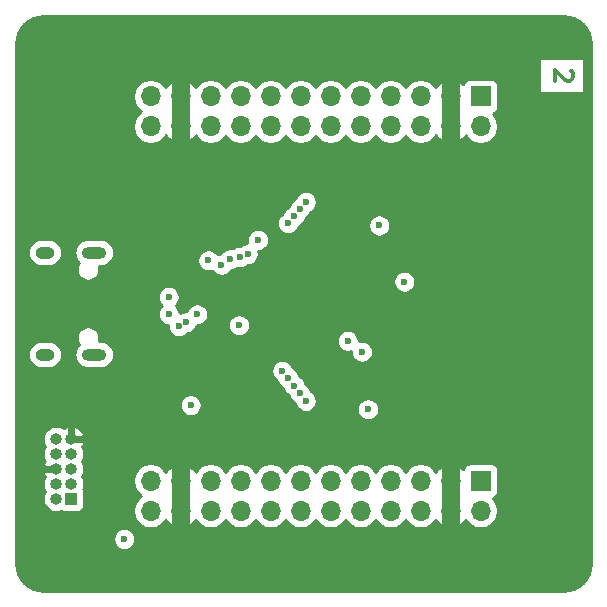
<source format=gbr>
G04 #@! TF.GenerationSoftware,KiCad,Pcbnew,(5.1.10-1-10_14)*
G04 #@! TF.CreationDate,2021-08-17T00:22:47+08:00*
G04 #@! TF.ProjectId,stm32f401_devboard,73746d33-3266-4343-9031-5f646576626f,rev?*
G04 #@! TF.SameCoordinates,Original*
G04 #@! TF.FileFunction,Copper,L2,Inr*
G04 #@! TF.FilePolarity,Positive*
%FSLAX46Y46*%
G04 Gerber Fmt 4.6, Leading zero omitted, Abs format (unit mm)*
G04 Created by KiCad (PCBNEW (5.1.10-1-10_14)) date 2021-08-17 00:22:47*
%MOMM*%
%LPD*%
G01*
G04 APERTURE LIST*
G04 #@! TA.AperFunction,NonConductor*
%ADD10C,0.300000*%
G04 #@! TD*
G04 #@! TA.AperFunction,ComponentPad*
%ADD11O,1.700000X1.700000*%
G04 #@! TD*
G04 #@! TA.AperFunction,ComponentPad*
%ADD12R,1.700000X1.700000*%
G04 #@! TD*
G04 #@! TA.AperFunction,ComponentPad*
%ADD13O,2.100000X1.000000*%
G04 #@! TD*
G04 #@! TA.AperFunction,ComponentPad*
%ADD14O,1.600000X1.000000*%
G04 #@! TD*
G04 #@! TA.AperFunction,ComponentPad*
%ADD15O,1.000000X1.000000*%
G04 #@! TD*
G04 #@! TA.AperFunction,ComponentPad*
%ADD16R,1.000000X1.000000*%
G04 #@! TD*
G04 #@! TA.AperFunction,ViaPad*
%ADD17C,0.600000*%
G04 #@! TD*
G04 #@! TA.AperFunction,Conductor*
%ADD18C,1.500000*%
G04 #@! TD*
G04 #@! TA.AperFunction,Conductor*
%ADD19C,0.600000*%
G04 #@! TD*
G04 #@! TA.AperFunction,Conductor*
%ADD20C,0.254000*%
G04 #@! TD*
G04 #@! TA.AperFunction,Conductor*
%ADD21C,0.100000*%
G04 #@! TD*
G04 APERTURE END LIST*
D10*
X147678571Y-75271428D02*
X147750000Y-75342857D01*
X147821428Y-75485714D01*
X147821428Y-75842857D01*
X147750000Y-75985714D01*
X147678571Y-76057142D01*
X147535714Y-76128571D01*
X147392857Y-76128571D01*
X147178571Y-76057142D01*
X146321428Y-75200000D01*
X146321428Y-76128571D01*
D11*
X112060000Y-112540000D03*
X112060000Y-110000000D03*
X114600000Y-112540000D03*
X114600000Y-110000000D03*
X117140000Y-112540000D03*
X117140000Y-110000000D03*
X119680000Y-112540000D03*
X119680000Y-110000000D03*
X122220000Y-112540000D03*
X122220000Y-110000000D03*
X124760000Y-112540000D03*
X124760000Y-110000000D03*
X127300000Y-112540000D03*
X127300000Y-110000000D03*
X129840000Y-112540000D03*
X129840000Y-110000000D03*
X132380000Y-112540000D03*
X132380000Y-110000000D03*
X134920000Y-112540000D03*
X134920000Y-110000000D03*
X137460000Y-112540000D03*
X137460000Y-110000000D03*
X140000000Y-112540000D03*
D12*
X140000000Y-110000000D03*
D11*
X112060000Y-80000000D03*
X112060000Y-77460000D03*
X114600000Y-80000000D03*
X114600000Y-77460000D03*
X117140000Y-80000000D03*
X117140000Y-77460000D03*
X119680000Y-80000000D03*
X119680000Y-77460000D03*
X122220000Y-80000000D03*
X122220000Y-77460000D03*
X124760000Y-80000000D03*
X124760000Y-77460000D03*
X127300000Y-80000000D03*
X127300000Y-77460000D03*
X129840000Y-80000000D03*
X129840000Y-77460000D03*
X132380000Y-80000000D03*
X132380000Y-77460000D03*
X134920000Y-80000000D03*
X134920000Y-77460000D03*
X137460000Y-80000000D03*
X137460000Y-77460000D03*
X140000000Y-80000000D03*
D12*
X140000000Y-77460000D03*
D13*
X107290000Y-99320000D03*
X107290000Y-90680000D03*
D14*
X103110000Y-90680000D03*
X103110000Y-99320000D03*
D15*
X105325000Y-106460000D03*
X104055000Y-106460000D03*
X105325000Y-107730000D03*
X104055000Y-107730000D03*
X105325000Y-109000000D03*
X104055000Y-109000000D03*
X105325000Y-110270000D03*
X104055000Y-110270000D03*
X104055000Y-111540000D03*
D16*
X105325000Y-111540000D03*
D17*
X129950000Y-99080000D03*
X130460000Y-103950000D03*
X139020000Y-99000000D03*
X135254283Y-95675636D03*
X138070000Y-92140000D03*
X123480000Y-105040000D03*
X120240000Y-117450000D03*
X125000000Y-94000000D03*
X126500000Y-94000000D03*
X123500000Y-94000000D03*
X123500000Y-92500000D03*
X125000000Y-92500000D03*
X126500000Y-92500000D03*
X125000000Y-95500000D03*
X123500000Y-95500000D03*
X126500000Y-95500000D03*
X109440000Y-89690000D03*
X110297823Y-100997823D03*
X116950000Y-91350000D03*
X115080000Y-96580000D03*
X116010000Y-95910000D03*
X128740000Y-98150000D03*
X119540000Y-96830000D03*
X121160000Y-89610000D03*
X131410000Y-88390000D03*
X115450000Y-103600000D03*
X123198000Y-100695229D03*
X133550000Y-93140000D03*
X109830000Y-114940000D03*
X125198000Y-103240000D03*
X124698000Y-102609877D03*
X124198000Y-101940322D03*
X123698000Y-101296678D03*
X114427755Y-96901105D03*
X113590000Y-95900000D03*
X113580000Y-94450000D03*
X118060000Y-91720000D03*
X118770000Y-91240000D03*
X119592386Y-91056046D03*
X120280000Y-90820000D03*
X123698000Y-88195231D03*
X124198000Y-87615547D03*
X124698000Y-86983596D03*
X125198000Y-86400000D03*
D18*
X137460000Y-77460000D02*
X137460000Y-82150000D01*
X137460000Y-77460000D02*
X137460000Y-74310000D01*
X114600000Y-77460000D02*
X114600000Y-74180000D01*
X114600000Y-77460000D02*
X114600000Y-82510000D01*
X114600000Y-110000000D02*
X114600000Y-115460000D01*
X114600000Y-110000000D02*
X114600000Y-107140000D01*
X137460000Y-110000000D02*
X137460000Y-106790000D01*
X137460000Y-110000000D02*
X137460000Y-114740000D01*
D19*
X104055000Y-109000000D02*
X102320000Y-109000000D01*
X105325000Y-106460000D02*
X105325000Y-104605000D01*
X105325000Y-106460000D02*
X107220000Y-106460000D01*
D20*
X147453893Y-70707670D02*
X147890498Y-70839489D01*
X148293185Y-71053600D01*
X148646612Y-71341848D01*
X148937327Y-71693261D01*
X149154242Y-72094439D01*
X149289106Y-72530113D01*
X149340000Y-73014344D01*
X149340001Y-116967711D01*
X149292330Y-117453894D01*
X149160512Y-117890497D01*
X148946399Y-118293186D01*
X148658150Y-118646613D01*
X148306739Y-118937327D01*
X147905564Y-119154240D01*
X147469886Y-119289106D01*
X146985664Y-119340000D01*
X103032279Y-119340000D01*
X102546106Y-119292330D01*
X102109503Y-119160512D01*
X101706814Y-118946399D01*
X101353387Y-118658150D01*
X101062673Y-118306739D01*
X100845760Y-117905564D01*
X100710894Y-117469886D01*
X100660000Y-116985664D01*
X100660000Y-114847911D01*
X108895000Y-114847911D01*
X108895000Y-115032089D01*
X108930932Y-115212729D01*
X109001414Y-115382889D01*
X109103738Y-115536028D01*
X109233972Y-115666262D01*
X109387111Y-115768586D01*
X109557271Y-115839068D01*
X109737911Y-115875000D01*
X109922089Y-115875000D01*
X110102729Y-115839068D01*
X110272889Y-115768586D01*
X110426028Y-115666262D01*
X110556262Y-115536028D01*
X110658586Y-115382889D01*
X110729068Y-115212729D01*
X110765000Y-115032089D01*
X110765000Y-114847911D01*
X110729068Y-114667271D01*
X110658586Y-114497111D01*
X110556262Y-114343972D01*
X110426028Y-114213738D01*
X110272889Y-114111414D01*
X110102729Y-114040932D01*
X109922089Y-114005000D01*
X109737911Y-114005000D01*
X109557271Y-114040932D01*
X109387111Y-114111414D01*
X109233972Y-114213738D01*
X109103738Y-114343972D01*
X109001414Y-114497111D01*
X108930932Y-114667271D01*
X108895000Y-114847911D01*
X100660000Y-114847911D01*
X100660000Y-106348212D01*
X102920000Y-106348212D01*
X102920000Y-106571788D01*
X102963617Y-106791067D01*
X103049176Y-106997624D01*
X103114241Y-107095000D01*
X103049176Y-107192376D01*
X102963617Y-107398933D01*
X102920000Y-107618212D01*
X102920000Y-107841788D01*
X102963617Y-108061067D01*
X103049176Y-108267624D01*
X103117353Y-108369658D01*
X103067877Y-108439794D01*
X102977554Y-108643136D01*
X102960881Y-108698126D01*
X103087046Y-108873000D01*
X103928000Y-108873000D01*
X103928000Y-108861974D01*
X103943212Y-108865000D01*
X104166788Y-108865000D01*
X104182000Y-108861974D01*
X104182000Y-108873000D01*
X104193026Y-108873000D01*
X104190000Y-108888212D01*
X104190000Y-109111788D01*
X104193026Y-109127000D01*
X104182000Y-109127000D01*
X104182000Y-109138026D01*
X104166788Y-109135000D01*
X103943212Y-109135000D01*
X103928000Y-109138026D01*
X103928000Y-109127000D01*
X103087046Y-109127000D01*
X102960881Y-109301874D01*
X102977554Y-109356864D01*
X103067877Y-109560206D01*
X103117353Y-109630342D01*
X103049176Y-109732376D01*
X102963617Y-109938933D01*
X102920000Y-110158212D01*
X102920000Y-110381788D01*
X102963617Y-110601067D01*
X103049176Y-110807624D01*
X103114241Y-110905000D01*
X103049176Y-111002376D01*
X102963617Y-111208933D01*
X102920000Y-111428212D01*
X102920000Y-111651788D01*
X102963617Y-111871067D01*
X103049176Y-112077624D01*
X103173388Y-112263520D01*
X103331480Y-112421612D01*
X103517376Y-112545824D01*
X103723933Y-112631383D01*
X103943212Y-112675000D01*
X104166788Y-112675000D01*
X104386067Y-112631383D01*
X104497774Y-112585112D01*
X104580820Y-112629502D01*
X104700518Y-112665812D01*
X104825000Y-112678072D01*
X105825000Y-112678072D01*
X105949482Y-112665812D01*
X106069180Y-112629502D01*
X106179494Y-112570537D01*
X106276185Y-112491185D01*
X106355537Y-112394494D01*
X106414502Y-112284180D01*
X106450812Y-112164482D01*
X106463072Y-112040000D01*
X106463072Y-111040000D01*
X106450812Y-110915518D01*
X106414502Y-110795820D01*
X106370112Y-110712774D01*
X106416383Y-110601067D01*
X106460000Y-110381788D01*
X106460000Y-110158212D01*
X106416383Y-109938933D01*
X106381095Y-109853740D01*
X110575000Y-109853740D01*
X110575000Y-110146260D01*
X110632068Y-110433158D01*
X110744010Y-110703411D01*
X110906525Y-110946632D01*
X111113368Y-111153475D01*
X111287760Y-111270000D01*
X111113368Y-111386525D01*
X110906525Y-111593368D01*
X110744010Y-111836589D01*
X110632068Y-112106842D01*
X110575000Y-112393740D01*
X110575000Y-112686260D01*
X110632068Y-112973158D01*
X110744010Y-113243411D01*
X110906525Y-113486632D01*
X111113368Y-113693475D01*
X111356589Y-113855990D01*
X111626842Y-113967932D01*
X111913740Y-114025000D01*
X112206260Y-114025000D01*
X112493158Y-113967932D01*
X112763411Y-113855990D01*
X113006632Y-113693475D01*
X113213475Y-113486632D01*
X113335195Y-113304466D01*
X113404822Y-113421355D01*
X113599731Y-113637588D01*
X113833080Y-113811641D01*
X114095901Y-113936825D01*
X114243110Y-113981476D01*
X114473000Y-113860155D01*
X114473000Y-112667000D01*
X114453000Y-112667000D01*
X114453000Y-112413000D01*
X114473000Y-112413000D01*
X114473000Y-110127000D01*
X114453000Y-110127000D01*
X114453000Y-109873000D01*
X114473000Y-109873000D01*
X114473000Y-108679845D01*
X114727000Y-108679845D01*
X114727000Y-109873000D01*
X114747000Y-109873000D01*
X114747000Y-110127000D01*
X114727000Y-110127000D01*
X114727000Y-112413000D01*
X114747000Y-112413000D01*
X114747000Y-112667000D01*
X114727000Y-112667000D01*
X114727000Y-113860155D01*
X114956890Y-113981476D01*
X115104099Y-113936825D01*
X115366920Y-113811641D01*
X115600269Y-113637588D01*
X115795178Y-113421355D01*
X115864805Y-113304466D01*
X115986525Y-113486632D01*
X116193368Y-113693475D01*
X116436589Y-113855990D01*
X116706842Y-113967932D01*
X116993740Y-114025000D01*
X117286260Y-114025000D01*
X117573158Y-113967932D01*
X117843411Y-113855990D01*
X118086632Y-113693475D01*
X118293475Y-113486632D01*
X118410000Y-113312240D01*
X118526525Y-113486632D01*
X118733368Y-113693475D01*
X118976589Y-113855990D01*
X119246842Y-113967932D01*
X119533740Y-114025000D01*
X119826260Y-114025000D01*
X120113158Y-113967932D01*
X120383411Y-113855990D01*
X120626632Y-113693475D01*
X120833475Y-113486632D01*
X120950000Y-113312240D01*
X121066525Y-113486632D01*
X121273368Y-113693475D01*
X121516589Y-113855990D01*
X121786842Y-113967932D01*
X122073740Y-114025000D01*
X122366260Y-114025000D01*
X122653158Y-113967932D01*
X122923411Y-113855990D01*
X123166632Y-113693475D01*
X123373475Y-113486632D01*
X123490000Y-113312240D01*
X123606525Y-113486632D01*
X123813368Y-113693475D01*
X124056589Y-113855990D01*
X124326842Y-113967932D01*
X124613740Y-114025000D01*
X124906260Y-114025000D01*
X125193158Y-113967932D01*
X125463411Y-113855990D01*
X125706632Y-113693475D01*
X125913475Y-113486632D01*
X126030000Y-113312240D01*
X126146525Y-113486632D01*
X126353368Y-113693475D01*
X126596589Y-113855990D01*
X126866842Y-113967932D01*
X127153740Y-114025000D01*
X127446260Y-114025000D01*
X127733158Y-113967932D01*
X128003411Y-113855990D01*
X128246632Y-113693475D01*
X128453475Y-113486632D01*
X128570000Y-113312240D01*
X128686525Y-113486632D01*
X128893368Y-113693475D01*
X129136589Y-113855990D01*
X129406842Y-113967932D01*
X129693740Y-114025000D01*
X129986260Y-114025000D01*
X130273158Y-113967932D01*
X130543411Y-113855990D01*
X130786632Y-113693475D01*
X130993475Y-113486632D01*
X131110000Y-113312240D01*
X131226525Y-113486632D01*
X131433368Y-113693475D01*
X131676589Y-113855990D01*
X131946842Y-113967932D01*
X132233740Y-114025000D01*
X132526260Y-114025000D01*
X132813158Y-113967932D01*
X133083411Y-113855990D01*
X133326632Y-113693475D01*
X133533475Y-113486632D01*
X133650000Y-113312240D01*
X133766525Y-113486632D01*
X133973368Y-113693475D01*
X134216589Y-113855990D01*
X134486842Y-113967932D01*
X134773740Y-114025000D01*
X135066260Y-114025000D01*
X135353158Y-113967932D01*
X135623411Y-113855990D01*
X135866632Y-113693475D01*
X136073475Y-113486632D01*
X136195195Y-113304466D01*
X136264822Y-113421355D01*
X136459731Y-113637588D01*
X136693080Y-113811641D01*
X136955901Y-113936825D01*
X137103110Y-113981476D01*
X137333000Y-113860155D01*
X137333000Y-112667000D01*
X137313000Y-112667000D01*
X137313000Y-112413000D01*
X137333000Y-112413000D01*
X137333000Y-110127000D01*
X137313000Y-110127000D01*
X137313000Y-109873000D01*
X137333000Y-109873000D01*
X137333000Y-108679845D01*
X137587000Y-108679845D01*
X137587000Y-109873000D01*
X137607000Y-109873000D01*
X137607000Y-110127000D01*
X137587000Y-110127000D01*
X137587000Y-112413000D01*
X137607000Y-112413000D01*
X137607000Y-112667000D01*
X137587000Y-112667000D01*
X137587000Y-113860155D01*
X137816890Y-113981476D01*
X137964099Y-113936825D01*
X138226920Y-113811641D01*
X138460269Y-113637588D01*
X138655178Y-113421355D01*
X138724805Y-113304466D01*
X138846525Y-113486632D01*
X139053368Y-113693475D01*
X139296589Y-113855990D01*
X139566842Y-113967932D01*
X139853740Y-114025000D01*
X140146260Y-114025000D01*
X140433158Y-113967932D01*
X140703411Y-113855990D01*
X140946632Y-113693475D01*
X141153475Y-113486632D01*
X141315990Y-113243411D01*
X141427932Y-112973158D01*
X141485000Y-112686260D01*
X141485000Y-112393740D01*
X141427932Y-112106842D01*
X141315990Y-111836589D01*
X141153475Y-111593368D01*
X141021620Y-111461513D01*
X141094180Y-111439502D01*
X141204494Y-111380537D01*
X141301185Y-111301185D01*
X141380537Y-111204494D01*
X141439502Y-111094180D01*
X141475812Y-110974482D01*
X141488072Y-110850000D01*
X141488072Y-109150000D01*
X141475812Y-109025518D01*
X141439502Y-108905820D01*
X141380537Y-108795506D01*
X141301185Y-108698815D01*
X141204494Y-108619463D01*
X141094180Y-108560498D01*
X140974482Y-108524188D01*
X140850000Y-108511928D01*
X139150000Y-108511928D01*
X139025518Y-108524188D01*
X138905820Y-108560498D01*
X138795506Y-108619463D01*
X138698815Y-108698815D01*
X138619463Y-108795506D01*
X138560498Y-108905820D01*
X138536034Y-108986466D01*
X138460269Y-108902412D01*
X138226920Y-108728359D01*
X137964099Y-108603175D01*
X137816890Y-108558524D01*
X137587000Y-108679845D01*
X137333000Y-108679845D01*
X137103110Y-108558524D01*
X136955901Y-108603175D01*
X136693080Y-108728359D01*
X136459731Y-108902412D01*
X136264822Y-109118645D01*
X136195195Y-109235534D01*
X136073475Y-109053368D01*
X135866632Y-108846525D01*
X135623411Y-108684010D01*
X135353158Y-108572068D01*
X135066260Y-108515000D01*
X134773740Y-108515000D01*
X134486842Y-108572068D01*
X134216589Y-108684010D01*
X133973368Y-108846525D01*
X133766525Y-109053368D01*
X133650000Y-109227760D01*
X133533475Y-109053368D01*
X133326632Y-108846525D01*
X133083411Y-108684010D01*
X132813158Y-108572068D01*
X132526260Y-108515000D01*
X132233740Y-108515000D01*
X131946842Y-108572068D01*
X131676589Y-108684010D01*
X131433368Y-108846525D01*
X131226525Y-109053368D01*
X131110000Y-109227760D01*
X130993475Y-109053368D01*
X130786632Y-108846525D01*
X130543411Y-108684010D01*
X130273158Y-108572068D01*
X129986260Y-108515000D01*
X129693740Y-108515000D01*
X129406842Y-108572068D01*
X129136589Y-108684010D01*
X128893368Y-108846525D01*
X128686525Y-109053368D01*
X128570000Y-109227760D01*
X128453475Y-109053368D01*
X128246632Y-108846525D01*
X128003411Y-108684010D01*
X127733158Y-108572068D01*
X127446260Y-108515000D01*
X127153740Y-108515000D01*
X126866842Y-108572068D01*
X126596589Y-108684010D01*
X126353368Y-108846525D01*
X126146525Y-109053368D01*
X126030000Y-109227760D01*
X125913475Y-109053368D01*
X125706632Y-108846525D01*
X125463411Y-108684010D01*
X125193158Y-108572068D01*
X124906260Y-108515000D01*
X124613740Y-108515000D01*
X124326842Y-108572068D01*
X124056589Y-108684010D01*
X123813368Y-108846525D01*
X123606525Y-109053368D01*
X123490000Y-109227760D01*
X123373475Y-109053368D01*
X123166632Y-108846525D01*
X122923411Y-108684010D01*
X122653158Y-108572068D01*
X122366260Y-108515000D01*
X122073740Y-108515000D01*
X121786842Y-108572068D01*
X121516589Y-108684010D01*
X121273368Y-108846525D01*
X121066525Y-109053368D01*
X120950000Y-109227760D01*
X120833475Y-109053368D01*
X120626632Y-108846525D01*
X120383411Y-108684010D01*
X120113158Y-108572068D01*
X119826260Y-108515000D01*
X119533740Y-108515000D01*
X119246842Y-108572068D01*
X118976589Y-108684010D01*
X118733368Y-108846525D01*
X118526525Y-109053368D01*
X118410000Y-109227760D01*
X118293475Y-109053368D01*
X118086632Y-108846525D01*
X117843411Y-108684010D01*
X117573158Y-108572068D01*
X117286260Y-108515000D01*
X116993740Y-108515000D01*
X116706842Y-108572068D01*
X116436589Y-108684010D01*
X116193368Y-108846525D01*
X115986525Y-109053368D01*
X115864805Y-109235534D01*
X115795178Y-109118645D01*
X115600269Y-108902412D01*
X115366920Y-108728359D01*
X115104099Y-108603175D01*
X114956890Y-108558524D01*
X114727000Y-108679845D01*
X114473000Y-108679845D01*
X114243110Y-108558524D01*
X114095901Y-108603175D01*
X113833080Y-108728359D01*
X113599731Y-108902412D01*
X113404822Y-109118645D01*
X113335195Y-109235534D01*
X113213475Y-109053368D01*
X113006632Y-108846525D01*
X112763411Y-108684010D01*
X112493158Y-108572068D01*
X112206260Y-108515000D01*
X111913740Y-108515000D01*
X111626842Y-108572068D01*
X111356589Y-108684010D01*
X111113368Y-108846525D01*
X110906525Y-109053368D01*
X110744010Y-109296589D01*
X110632068Y-109566842D01*
X110575000Y-109853740D01*
X106381095Y-109853740D01*
X106330824Y-109732376D01*
X106265759Y-109635000D01*
X106330824Y-109537624D01*
X106416383Y-109331067D01*
X106460000Y-109111788D01*
X106460000Y-108888212D01*
X106416383Y-108668933D01*
X106330824Y-108462376D01*
X106265759Y-108365000D01*
X106330824Y-108267624D01*
X106416383Y-108061067D01*
X106460000Y-107841788D01*
X106460000Y-107618212D01*
X106416383Y-107398933D01*
X106330824Y-107192376D01*
X106262647Y-107090342D01*
X106312123Y-107020206D01*
X106402446Y-106816864D01*
X106419119Y-106761874D01*
X106292954Y-106587000D01*
X105452000Y-106587000D01*
X105452000Y-106598026D01*
X105436788Y-106595000D01*
X105213212Y-106595000D01*
X105198000Y-106598026D01*
X105198000Y-106587000D01*
X105186974Y-106587000D01*
X105190000Y-106571788D01*
X105190000Y-106348212D01*
X105186974Y-106333000D01*
X105198000Y-106333000D01*
X105198000Y-105490871D01*
X105452000Y-105490871D01*
X105452000Y-106333000D01*
X106292954Y-106333000D01*
X106419119Y-106158126D01*
X106402446Y-106103136D01*
X106312123Y-105899794D01*
X106183865Y-105717980D01*
X106022601Y-105564682D01*
X105834529Y-105445790D01*
X105626876Y-105365874D01*
X105452000Y-105490871D01*
X105198000Y-105490871D01*
X105023124Y-105365874D01*
X104815471Y-105445790D01*
X104694512Y-105522256D01*
X104592624Y-105454176D01*
X104386067Y-105368617D01*
X104166788Y-105325000D01*
X103943212Y-105325000D01*
X103723933Y-105368617D01*
X103517376Y-105454176D01*
X103331480Y-105578388D01*
X103173388Y-105736480D01*
X103049176Y-105922376D01*
X102963617Y-106128933D01*
X102920000Y-106348212D01*
X100660000Y-106348212D01*
X100660000Y-103507911D01*
X114515000Y-103507911D01*
X114515000Y-103692089D01*
X114550932Y-103872729D01*
X114621414Y-104042889D01*
X114723738Y-104196028D01*
X114853972Y-104326262D01*
X115007111Y-104428586D01*
X115177271Y-104499068D01*
X115357911Y-104535000D01*
X115542089Y-104535000D01*
X115722729Y-104499068D01*
X115892889Y-104428586D01*
X116046028Y-104326262D01*
X116176262Y-104196028D01*
X116278586Y-104042889D01*
X116349068Y-103872729D01*
X116385000Y-103692089D01*
X116385000Y-103507911D01*
X116349068Y-103327271D01*
X116278586Y-103157111D01*
X116176262Y-103003972D01*
X116046028Y-102873738D01*
X115892889Y-102771414D01*
X115722729Y-102700932D01*
X115542089Y-102665000D01*
X115357911Y-102665000D01*
X115177271Y-102700932D01*
X115007111Y-102771414D01*
X114853972Y-102873738D01*
X114723738Y-103003972D01*
X114621414Y-103157111D01*
X114550932Y-103327271D01*
X114515000Y-103507911D01*
X100660000Y-103507911D01*
X100660000Y-100603140D01*
X122263000Y-100603140D01*
X122263000Y-100787318D01*
X122298932Y-100967958D01*
X122369414Y-101138118D01*
X122471738Y-101291257D01*
X122601972Y-101421491D01*
X122755111Y-101523815D01*
X122792983Y-101539502D01*
X122798932Y-101569407D01*
X122869414Y-101739567D01*
X122971738Y-101892706D01*
X123101972Y-102022940D01*
X123255111Y-102125264D01*
X123283837Y-102137162D01*
X123298932Y-102213051D01*
X123369414Y-102383211D01*
X123471738Y-102536350D01*
X123601972Y-102666584D01*
X123755111Y-102768908D01*
X123778220Y-102778480D01*
X123798932Y-102882606D01*
X123869414Y-103052766D01*
X123971738Y-103205905D01*
X124101972Y-103336139D01*
X124255111Y-103438463D01*
X124286768Y-103451576D01*
X124298932Y-103512729D01*
X124369414Y-103682889D01*
X124471738Y-103836028D01*
X124601972Y-103966262D01*
X124755111Y-104068586D01*
X124925271Y-104139068D01*
X125105911Y-104175000D01*
X125290089Y-104175000D01*
X125470729Y-104139068D01*
X125640889Y-104068586D01*
X125794028Y-103966262D01*
X125902379Y-103857911D01*
X129525000Y-103857911D01*
X129525000Y-104042089D01*
X129560932Y-104222729D01*
X129631414Y-104392889D01*
X129733738Y-104546028D01*
X129863972Y-104676262D01*
X130017111Y-104778586D01*
X130187271Y-104849068D01*
X130367911Y-104885000D01*
X130552089Y-104885000D01*
X130732729Y-104849068D01*
X130902889Y-104778586D01*
X131056028Y-104676262D01*
X131186262Y-104546028D01*
X131288586Y-104392889D01*
X131359068Y-104222729D01*
X131395000Y-104042089D01*
X131395000Y-103857911D01*
X131359068Y-103677271D01*
X131288586Y-103507111D01*
X131186262Y-103353972D01*
X131056028Y-103223738D01*
X130902889Y-103121414D01*
X130732729Y-103050932D01*
X130552089Y-103015000D01*
X130367911Y-103015000D01*
X130187271Y-103050932D01*
X130017111Y-103121414D01*
X129863972Y-103223738D01*
X129733738Y-103353972D01*
X129631414Y-103507111D01*
X129560932Y-103677271D01*
X129525000Y-103857911D01*
X125902379Y-103857911D01*
X125924262Y-103836028D01*
X126026586Y-103682889D01*
X126097068Y-103512729D01*
X126133000Y-103332089D01*
X126133000Y-103147911D01*
X126097068Y-102967271D01*
X126026586Y-102797111D01*
X125924262Y-102643972D01*
X125794028Y-102513738D01*
X125640889Y-102411414D01*
X125609232Y-102398301D01*
X125597068Y-102337148D01*
X125526586Y-102166988D01*
X125424262Y-102013849D01*
X125294028Y-101883615D01*
X125140889Y-101781291D01*
X125117780Y-101771719D01*
X125097068Y-101667593D01*
X125026586Y-101497433D01*
X124924262Y-101344294D01*
X124794028Y-101214060D01*
X124640889Y-101111736D01*
X124612163Y-101099838D01*
X124597068Y-101023949D01*
X124526586Y-100853789D01*
X124424262Y-100700650D01*
X124294028Y-100570416D01*
X124140889Y-100468092D01*
X124103017Y-100452405D01*
X124097068Y-100422500D01*
X124026586Y-100252340D01*
X123924262Y-100099201D01*
X123794028Y-99968967D01*
X123640889Y-99866643D01*
X123470729Y-99796161D01*
X123290089Y-99760229D01*
X123105911Y-99760229D01*
X122925271Y-99796161D01*
X122755111Y-99866643D01*
X122601972Y-99968967D01*
X122471738Y-100099201D01*
X122369414Y-100252340D01*
X122298932Y-100422500D01*
X122263000Y-100603140D01*
X100660000Y-100603140D01*
X100660000Y-99320000D01*
X101669509Y-99320000D01*
X101691423Y-99542499D01*
X101756324Y-99756447D01*
X101861716Y-99953623D01*
X102003551Y-100126449D01*
X102176377Y-100268284D01*
X102373553Y-100373676D01*
X102587501Y-100438577D01*
X102754248Y-100455000D01*
X103465752Y-100455000D01*
X103632499Y-100438577D01*
X103846447Y-100373676D01*
X104043623Y-100268284D01*
X104216449Y-100126449D01*
X104358284Y-99953623D01*
X104463676Y-99756447D01*
X104528577Y-99542499D01*
X104550491Y-99320000D01*
X105599509Y-99320000D01*
X105621423Y-99542499D01*
X105686324Y-99756447D01*
X105791716Y-99953623D01*
X105933551Y-100126449D01*
X106106377Y-100268284D01*
X106303553Y-100373676D01*
X106517501Y-100438577D01*
X106684248Y-100455000D01*
X107895752Y-100455000D01*
X108062499Y-100438577D01*
X108276447Y-100373676D01*
X108473623Y-100268284D01*
X108646449Y-100126449D01*
X108788284Y-99953623D01*
X108893676Y-99756447D01*
X108958577Y-99542499D01*
X108980491Y-99320000D01*
X108958577Y-99097501D01*
X108893676Y-98883553D01*
X108788284Y-98686377D01*
X108646449Y-98513551D01*
X108473623Y-98371716D01*
X108276447Y-98266324D01*
X108062499Y-98201423D01*
X107895752Y-98185000D01*
X107676904Y-98185000D01*
X107683108Y-98170022D01*
X107705408Y-98057911D01*
X127805000Y-98057911D01*
X127805000Y-98242089D01*
X127840932Y-98422729D01*
X127911414Y-98592889D01*
X128013738Y-98746028D01*
X128143972Y-98876262D01*
X128297111Y-98978586D01*
X128467271Y-99049068D01*
X128647911Y-99085000D01*
X128832089Y-99085000D01*
X129012729Y-99049068D01*
X129015000Y-99048127D01*
X129015000Y-99172089D01*
X129050932Y-99352729D01*
X129121414Y-99522889D01*
X129223738Y-99676028D01*
X129353972Y-99806262D01*
X129507111Y-99908586D01*
X129677271Y-99979068D01*
X129857911Y-100015000D01*
X130042089Y-100015000D01*
X130222729Y-99979068D01*
X130392889Y-99908586D01*
X130546028Y-99806262D01*
X130676262Y-99676028D01*
X130778586Y-99522889D01*
X130849068Y-99352729D01*
X130885000Y-99172089D01*
X130885000Y-98987911D01*
X130849068Y-98807271D01*
X130778586Y-98637111D01*
X130676262Y-98483972D01*
X130546028Y-98353738D01*
X130392889Y-98251414D01*
X130222729Y-98180932D01*
X130042089Y-98145000D01*
X129857911Y-98145000D01*
X129677271Y-98180932D01*
X129675000Y-98181873D01*
X129675000Y-98057911D01*
X129639068Y-97877271D01*
X129568586Y-97707111D01*
X129466262Y-97553972D01*
X129336028Y-97423738D01*
X129182889Y-97321414D01*
X129012729Y-97250932D01*
X128832089Y-97215000D01*
X128647911Y-97215000D01*
X128467271Y-97250932D01*
X128297111Y-97321414D01*
X128143972Y-97423738D01*
X128013738Y-97553972D01*
X127911414Y-97707111D01*
X127840932Y-97877271D01*
X127805000Y-98057911D01*
X107705408Y-98057911D01*
X107720000Y-97984552D01*
X107720000Y-97795448D01*
X107683108Y-97609978D01*
X107610741Y-97435269D01*
X107505681Y-97278036D01*
X107371964Y-97144319D01*
X107214731Y-97039259D01*
X107040022Y-96966892D01*
X106854552Y-96930000D01*
X106665448Y-96930000D01*
X106479978Y-96966892D01*
X106305269Y-97039259D01*
X106148036Y-97144319D01*
X106014319Y-97278036D01*
X105909259Y-97435269D01*
X105836892Y-97609978D01*
X105800000Y-97795448D01*
X105800000Y-97984552D01*
X105836892Y-98170022D01*
X105909259Y-98344731D01*
X105990715Y-98466638D01*
X105933551Y-98513551D01*
X105791716Y-98686377D01*
X105686324Y-98883553D01*
X105621423Y-99097501D01*
X105599509Y-99320000D01*
X104550491Y-99320000D01*
X104528577Y-99097501D01*
X104463676Y-98883553D01*
X104358284Y-98686377D01*
X104216449Y-98513551D01*
X104043623Y-98371716D01*
X103846447Y-98266324D01*
X103632499Y-98201423D01*
X103465752Y-98185000D01*
X102754248Y-98185000D01*
X102587501Y-98201423D01*
X102373553Y-98266324D01*
X102176377Y-98371716D01*
X102003551Y-98513551D01*
X101861716Y-98686377D01*
X101756324Y-98883553D01*
X101691423Y-99097501D01*
X101669509Y-99320000D01*
X100660000Y-99320000D01*
X100660000Y-94357911D01*
X112645000Y-94357911D01*
X112645000Y-94542089D01*
X112680932Y-94722729D01*
X112751414Y-94892889D01*
X112853738Y-95046028D01*
X112983972Y-95176262D01*
X112988454Y-95179256D01*
X112863738Y-95303972D01*
X112761414Y-95457111D01*
X112690932Y-95627271D01*
X112655000Y-95807911D01*
X112655000Y-95992089D01*
X112690932Y-96172729D01*
X112761414Y-96342889D01*
X112863738Y-96496028D01*
X112993972Y-96626262D01*
X113147111Y-96728586D01*
X113317271Y-96799068D01*
X113492755Y-96833974D01*
X113492755Y-96993194D01*
X113528687Y-97173834D01*
X113599169Y-97343994D01*
X113701493Y-97497133D01*
X113831727Y-97627367D01*
X113984866Y-97729691D01*
X114155026Y-97800173D01*
X114335666Y-97836105D01*
X114519844Y-97836105D01*
X114700484Y-97800173D01*
X114870644Y-97729691D01*
X115023783Y-97627367D01*
X115136150Y-97515000D01*
X115172089Y-97515000D01*
X115352729Y-97479068D01*
X115522889Y-97408586D01*
X115676028Y-97306262D01*
X115806262Y-97176028D01*
X115908586Y-97022889D01*
X115979068Y-96852729D01*
X115980605Y-96845000D01*
X116102089Y-96845000D01*
X116282729Y-96809068D01*
X116452889Y-96738586D01*
X116453899Y-96737911D01*
X118605000Y-96737911D01*
X118605000Y-96922089D01*
X118640932Y-97102729D01*
X118711414Y-97272889D01*
X118813738Y-97426028D01*
X118943972Y-97556262D01*
X119097111Y-97658586D01*
X119267271Y-97729068D01*
X119447911Y-97765000D01*
X119632089Y-97765000D01*
X119812729Y-97729068D01*
X119982889Y-97658586D01*
X120136028Y-97556262D01*
X120266262Y-97426028D01*
X120368586Y-97272889D01*
X120439068Y-97102729D01*
X120475000Y-96922089D01*
X120475000Y-96737911D01*
X120439068Y-96557271D01*
X120368586Y-96387111D01*
X120266262Y-96233972D01*
X120136028Y-96103738D01*
X119982889Y-96001414D01*
X119812729Y-95930932D01*
X119632089Y-95895000D01*
X119447911Y-95895000D01*
X119267271Y-95930932D01*
X119097111Y-96001414D01*
X118943972Y-96103738D01*
X118813738Y-96233972D01*
X118711414Y-96387111D01*
X118640932Y-96557271D01*
X118605000Y-96737911D01*
X116453899Y-96737911D01*
X116606028Y-96636262D01*
X116736262Y-96506028D01*
X116838586Y-96352889D01*
X116909068Y-96182729D01*
X116945000Y-96002089D01*
X116945000Y-95817911D01*
X116909068Y-95637271D01*
X116838586Y-95467111D01*
X116736262Y-95313972D01*
X116606028Y-95183738D01*
X116452889Y-95081414D01*
X116282729Y-95010932D01*
X116102089Y-94975000D01*
X115917911Y-94975000D01*
X115737271Y-95010932D01*
X115567111Y-95081414D01*
X115413972Y-95183738D01*
X115283738Y-95313972D01*
X115181414Y-95467111D01*
X115110932Y-95637271D01*
X115109395Y-95645000D01*
X114987911Y-95645000D01*
X114807271Y-95680932D01*
X114637111Y-95751414D01*
X114525000Y-95826324D01*
X114525000Y-95807911D01*
X114489068Y-95627271D01*
X114418586Y-95457111D01*
X114316262Y-95303972D01*
X114186028Y-95173738D01*
X114181546Y-95170744D01*
X114306262Y-95046028D01*
X114408586Y-94892889D01*
X114479068Y-94722729D01*
X114515000Y-94542089D01*
X114515000Y-94357911D01*
X114479068Y-94177271D01*
X114408586Y-94007111D01*
X114306262Y-93853972D01*
X114176028Y-93723738D01*
X114022889Y-93621414D01*
X113852729Y-93550932D01*
X113672089Y-93515000D01*
X113487911Y-93515000D01*
X113307271Y-93550932D01*
X113137111Y-93621414D01*
X112983972Y-93723738D01*
X112853738Y-93853972D01*
X112751414Y-94007111D01*
X112680932Y-94177271D01*
X112645000Y-94357911D01*
X100660000Y-94357911D01*
X100660000Y-90680000D01*
X101669509Y-90680000D01*
X101691423Y-90902499D01*
X101756324Y-91116447D01*
X101861716Y-91313623D01*
X102003551Y-91486449D01*
X102176377Y-91628284D01*
X102373553Y-91733676D01*
X102587501Y-91798577D01*
X102754248Y-91815000D01*
X103465752Y-91815000D01*
X103632499Y-91798577D01*
X103846447Y-91733676D01*
X104043623Y-91628284D01*
X104216449Y-91486449D01*
X104358284Y-91313623D01*
X104463676Y-91116447D01*
X104528577Y-90902499D01*
X104550491Y-90680000D01*
X105599509Y-90680000D01*
X105621423Y-90902499D01*
X105686324Y-91116447D01*
X105791716Y-91313623D01*
X105933551Y-91486449D01*
X105990715Y-91533362D01*
X105909259Y-91655269D01*
X105836892Y-91829978D01*
X105800000Y-92015448D01*
X105800000Y-92204552D01*
X105836892Y-92390022D01*
X105909259Y-92564731D01*
X106014319Y-92721964D01*
X106148036Y-92855681D01*
X106305269Y-92960741D01*
X106479978Y-93033108D01*
X106665448Y-93070000D01*
X106854552Y-93070000D01*
X106965601Y-93047911D01*
X132615000Y-93047911D01*
X132615000Y-93232089D01*
X132650932Y-93412729D01*
X132721414Y-93582889D01*
X132823738Y-93736028D01*
X132953972Y-93866262D01*
X133107111Y-93968586D01*
X133277271Y-94039068D01*
X133457911Y-94075000D01*
X133642089Y-94075000D01*
X133822729Y-94039068D01*
X133992889Y-93968586D01*
X134146028Y-93866262D01*
X134276262Y-93736028D01*
X134378586Y-93582889D01*
X134449068Y-93412729D01*
X134485000Y-93232089D01*
X134485000Y-93047911D01*
X134449068Y-92867271D01*
X134378586Y-92697111D01*
X134276262Y-92543972D01*
X134146028Y-92413738D01*
X133992889Y-92311414D01*
X133822729Y-92240932D01*
X133642089Y-92205000D01*
X133457911Y-92205000D01*
X133277271Y-92240932D01*
X133107111Y-92311414D01*
X132953972Y-92413738D01*
X132823738Y-92543972D01*
X132721414Y-92697111D01*
X132650932Y-92867271D01*
X132615000Y-93047911D01*
X106965601Y-93047911D01*
X107040022Y-93033108D01*
X107214731Y-92960741D01*
X107371964Y-92855681D01*
X107505681Y-92721964D01*
X107610741Y-92564731D01*
X107683108Y-92390022D01*
X107720000Y-92204552D01*
X107720000Y-92015448D01*
X107683108Y-91829978D01*
X107676904Y-91815000D01*
X107895752Y-91815000D01*
X108062499Y-91798577D01*
X108276447Y-91733676D01*
X108473623Y-91628284D01*
X108646449Y-91486449D01*
X108788284Y-91313623D01*
X108818062Y-91257911D01*
X116015000Y-91257911D01*
X116015000Y-91442089D01*
X116050932Y-91622729D01*
X116121414Y-91792889D01*
X116223738Y-91946028D01*
X116353972Y-92076262D01*
X116507111Y-92178586D01*
X116677271Y-92249068D01*
X116857911Y-92285000D01*
X117042089Y-92285000D01*
X117222729Y-92249068D01*
X117274632Y-92227569D01*
X117333738Y-92316028D01*
X117463972Y-92446262D01*
X117617111Y-92548586D01*
X117787271Y-92619068D01*
X117967911Y-92655000D01*
X118152089Y-92655000D01*
X118332729Y-92619068D01*
X118502889Y-92548586D01*
X118656028Y-92446262D01*
X118786262Y-92316028D01*
X118883315Y-92170778D01*
X119042729Y-92139068D01*
X119212889Y-92068586D01*
X119366028Y-91966262D01*
X119367633Y-91964657D01*
X119500297Y-91991046D01*
X119684475Y-91991046D01*
X119865115Y-91955114D01*
X120035275Y-91884632D01*
X120188414Y-91782308D01*
X120215722Y-91755000D01*
X120372089Y-91755000D01*
X120552729Y-91719068D01*
X120722889Y-91648586D01*
X120876028Y-91546262D01*
X121006262Y-91416028D01*
X121108586Y-91262889D01*
X121179068Y-91092729D01*
X121215000Y-90912089D01*
X121215000Y-90727911D01*
X121179068Y-90547271D01*
X121178127Y-90545000D01*
X121252089Y-90545000D01*
X121432729Y-90509068D01*
X121602889Y-90438586D01*
X121756028Y-90336262D01*
X121886262Y-90206028D01*
X121988586Y-90052889D01*
X122059068Y-89882729D01*
X122095000Y-89702089D01*
X122095000Y-89517911D01*
X122059068Y-89337271D01*
X121988586Y-89167111D01*
X121886262Y-89013972D01*
X121756028Y-88883738D01*
X121602889Y-88781414D01*
X121432729Y-88710932D01*
X121252089Y-88675000D01*
X121067911Y-88675000D01*
X120887271Y-88710932D01*
X120717111Y-88781414D01*
X120563972Y-88883738D01*
X120433738Y-89013972D01*
X120331414Y-89167111D01*
X120260932Y-89337271D01*
X120225000Y-89517911D01*
X120225000Y-89702089D01*
X120260932Y-89882729D01*
X120261873Y-89885000D01*
X120187911Y-89885000D01*
X120007271Y-89920932D01*
X119837111Y-89991414D01*
X119683972Y-90093738D01*
X119656664Y-90121046D01*
X119500297Y-90121046D01*
X119319657Y-90156978D01*
X119149497Y-90227460D01*
X118996358Y-90329784D01*
X118994753Y-90331389D01*
X118862089Y-90305000D01*
X118677911Y-90305000D01*
X118497271Y-90340932D01*
X118327111Y-90411414D01*
X118173972Y-90513738D01*
X118043738Y-90643972D01*
X117946685Y-90789222D01*
X117787271Y-90820932D01*
X117735368Y-90842431D01*
X117676262Y-90753972D01*
X117546028Y-90623738D01*
X117392889Y-90521414D01*
X117222729Y-90450932D01*
X117042089Y-90415000D01*
X116857911Y-90415000D01*
X116677271Y-90450932D01*
X116507111Y-90521414D01*
X116353972Y-90623738D01*
X116223738Y-90753972D01*
X116121414Y-90907111D01*
X116050932Y-91077271D01*
X116015000Y-91257911D01*
X108818062Y-91257911D01*
X108893676Y-91116447D01*
X108958577Y-90902499D01*
X108980491Y-90680000D01*
X108958577Y-90457501D01*
X108893676Y-90243553D01*
X108788284Y-90046377D01*
X108646449Y-89873551D01*
X108473623Y-89731716D01*
X108276447Y-89626324D01*
X108062499Y-89561423D01*
X107895752Y-89545000D01*
X106684248Y-89545000D01*
X106517501Y-89561423D01*
X106303553Y-89626324D01*
X106106377Y-89731716D01*
X105933551Y-89873551D01*
X105791716Y-90046377D01*
X105686324Y-90243553D01*
X105621423Y-90457501D01*
X105599509Y-90680000D01*
X104550491Y-90680000D01*
X104528577Y-90457501D01*
X104463676Y-90243553D01*
X104358284Y-90046377D01*
X104216449Y-89873551D01*
X104043623Y-89731716D01*
X103846447Y-89626324D01*
X103632499Y-89561423D01*
X103465752Y-89545000D01*
X102754248Y-89545000D01*
X102587501Y-89561423D01*
X102373553Y-89626324D01*
X102176377Y-89731716D01*
X102003551Y-89873551D01*
X101861716Y-90046377D01*
X101756324Y-90243553D01*
X101691423Y-90457501D01*
X101669509Y-90680000D01*
X100660000Y-90680000D01*
X100660000Y-88103142D01*
X122763000Y-88103142D01*
X122763000Y-88287320D01*
X122798932Y-88467960D01*
X122869414Y-88638120D01*
X122971738Y-88791259D01*
X123101972Y-88921493D01*
X123255111Y-89023817D01*
X123425271Y-89094299D01*
X123605911Y-89130231D01*
X123790089Y-89130231D01*
X123970729Y-89094299D01*
X124140889Y-89023817D01*
X124294028Y-88921493D01*
X124424262Y-88791259D01*
X124526586Y-88638120D01*
X124597068Y-88467960D01*
X124598298Y-88461774D01*
X124640889Y-88444133D01*
X124794028Y-88341809D01*
X124837926Y-88297911D01*
X130475000Y-88297911D01*
X130475000Y-88482089D01*
X130510932Y-88662729D01*
X130581414Y-88832889D01*
X130683738Y-88986028D01*
X130813972Y-89116262D01*
X130967111Y-89218586D01*
X131137271Y-89289068D01*
X131317911Y-89325000D01*
X131502089Y-89325000D01*
X131682729Y-89289068D01*
X131852889Y-89218586D01*
X132006028Y-89116262D01*
X132136262Y-88986028D01*
X132238586Y-88832889D01*
X132309068Y-88662729D01*
X132345000Y-88482089D01*
X132345000Y-88297911D01*
X132309068Y-88117271D01*
X132238586Y-87947111D01*
X132136262Y-87793972D01*
X132006028Y-87663738D01*
X131852889Y-87561414D01*
X131682729Y-87490932D01*
X131502089Y-87455000D01*
X131317911Y-87455000D01*
X131137271Y-87490932D01*
X130967111Y-87561414D01*
X130813972Y-87663738D01*
X130683738Y-87793972D01*
X130581414Y-87947111D01*
X130510932Y-88117271D01*
X130475000Y-88297911D01*
X124837926Y-88297911D01*
X124924262Y-88211575D01*
X125026586Y-88058436D01*
X125097068Y-87888276D01*
X125109629Y-87825130D01*
X125140889Y-87812182D01*
X125294028Y-87709858D01*
X125424262Y-87579624D01*
X125526586Y-87426485D01*
X125597068Y-87256325D01*
X125599146Y-87245876D01*
X125640889Y-87228586D01*
X125794028Y-87126262D01*
X125924262Y-86996028D01*
X126026586Y-86842889D01*
X126097068Y-86672729D01*
X126133000Y-86492089D01*
X126133000Y-86307911D01*
X126097068Y-86127271D01*
X126026586Y-85957111D01*
X125924262Y-85803972D01*
X125794028Y-85673738D01*
X125640889Y-85571414D01*
X125470729Y-85500932D01*
X125290089Y-85465000D01*
X125105911Y-85465000D01*
X124925271Y-85500932D01*
X124755111Y-85571414D01*
X124601972Y-85673738D01*
X124471738Y-85803972D01*
X124369414Y-85957111D01*
X124298932Y-86127271D01*
X124296854Y-86137720D01*
X124255111Y-86155010D01*
X124101972Y-86257334D01*
X123971738Y-86387568D01*
X123869414Y-86540707D01*
X123798932Y-86710867D01*
X123786371Y-86774013D01*
X123755111Y-86786961D01*
X123601972Y-86889285D01*
X123471738Y-87019519D01*
X123369414Y-87172658D01*
X123298932Y-87342818D01*
X123297702Y-87349004D01*
X123255111Y-87366645D01*
X123101972Y-87468969D01*
X122971738Y-87599203D01*
X122869414Y-87752342D01*
X122798932Y-87922502D01*
X122763000Y-88103142D01*
X100660000Y-88103142D01*
X100660000Y-77313740D01*
X110575000Y-77313740D01*
X110575000Y-77606260D01*
X110632068Y-77893158D01*
X110744010Y-78163411D01*
X110906525Y-78406632D01*
X111113368Y-78613475D01*
X111287760Y-78730000D01*
X111113368Y-78846525D01*
X110906525Y-79053368D01*
X110744010Y-79296589D01*
X110632068Y-79566842D01*
X110575000Y-79853740D01*
X110575000Y-80146260D01*
X110632068Y-80433158D01*
X110744010Y-80703411D01*
X110906525Y-80946632D01*
X111113368Y-81153475D01*
X111356589Y-81315990D01*
X111626842Y-81427932D01*
X111913740Y-81485000D01*
X112206260Y-81485000D01*
X112493158Y-81427932D01*
X112763411Y-81315990D01*
X113006632Y-81153475D01*
X113213475Y-80946632D01*
X113335195Y-80764466D01*
X113404822Y-80881355D01*
X113599731Y-81097588D01*
X113833080Y-81271641D01*
X114095901Y-81396825D01*
X114243110Y-81441476D01*
X114473000Y-81320155D01*
X114473000Y-80127000D01*
X114453000Y-80127000D01*
X114453000Y-79873000D01*
X114473000Y-79873000D01*
X114473000Y-77587000D01*
X114453000Y-77587000D01*
X114453000Y-77333000D01*
X114473000Y-77333000D01*
X114473000Y-76139845D01*
X114727000Y-76139845D01*
X114727000Y-77333000D01*
X114747000Y-77333000D01*
X114747000Y-77587000D01*
X114727000Y-77587000D01*
X114727000Y-79873000D01*
X114747000Y-79873000D01*
X114747000Y-80127000D01*
X114727000Y-80127000D01*
X114727000Y-81320155D01*
X114956890Y-81441476D01*
X115104099Y-81396825D01*
X115366920Y-81271641D01*
X115600269Y-81097588D01*
X115795178Y-80881355D01*
X115864805Y-80764466D01*
X115986525Y-80946632D01*
X116193368Y-81153475D01*
X116436589Y-81315990D01*
X116706842Y-81427932D01*
X116993740Y-81485000D01*
X117286260Y-81485000D01*
X117573158Y-81427932D01*
X117843411Y-81315990D01*
X118086632Y-81153475D01*
X118293475Y-80946632D01*
X118410000Y-80772240D01*
X118526525Y-80946632D01*
X118733368Y-81153475D01*
X118976589Y-81315990D01*
X119246842Y-81427932D01*
X119533740Y-81485000D01*
X119826260Y-81485000D01*
X120113158Y-81427932D01*
X120383411Y-81315990D01*
X120626632Y-81153475D01*
X120833475Y-80946632D01*
X120950000Y-80772240D01*
X121066525Y-80946632D01*
X121273368Y-81153475D01*
X121516589Y-81315990D01*
X121786842Y-81427932D01*
X122073740Y-81485000D01*
X122366260Y-81485000D01*
X122653158Y-81427932D01*
X122923411Y-81315990D01*
X123166632Y-81153475D01*
X123373475Y-80946632D01*
X123490000Y-80772240D01*
X123606525Y-80946632D01*
X123813368Y-81153475D01*
X124056589Y-81315990D01*
X124326842Y-81427932D01*
X124613740Y-81485000D01*
X124906260Y-81485000D01*
X125193158Y-81427932D01*
X125463411Y-81315990D01*
X125706632Y-81153475D01*
X125913475Y-80946632D01*
X126030000Y-80772240D01*
X126146525Y-80946632D01*
X126353368Y-81153475D01*
X126596589Y-81315990D01*
X126866842Y-81427932D01*
X127153740Y-81485000D01*
X127446260Y-81485000D01*
X127733158Y-81427932D01*
X128003411Y-81315990D01*
X128246632Y-81153475D01*
X128453475Y-80946632D01*
X128570000Y-80772240D01*
X128686525Y-80946632D01*
X128893368Y-81153475D01*
X129136589Y-81315990D01*
X129406842Y-81427932D01*
X129693740Y-81485000D01*
X129986260Y-81485000D01*
X130273158Y-81427932D01*
X130543411Y-81315990D01*
X130786632Y-81153475D01*
X130993475Y-80946632D01*
X131110000Y-80772240D01*
X131226525Y-80946632D01*
X131433368Y-81153475D01*
X131676589Y-81315990D01*
X131946842Y-81427932D01*
X132233740Y-81485000D01*
X132526260Y-81485000D01*
X132813158Y-81427932D01*
X133083411Y-81315990D01*
X133326632Y-81153475D01*
X133533475Y-80946632D01*
X133650000Y-80772240D01*
X133766525Y-80946632D01*
X133973368Y-81153475D01*
X134216589Y-81315990D01*
X134486842Y-81427932D01*
X134773740Y-81485000D01*
X135066260Y-81485000D01*
X135353158Y-81427932D01*
X135623411Y-81315990D01*
X135866632Y-81153475D01*
X136073475Y-80946632D01*
X136195195Y-80764466D01*
X136264822Y-80881355D01*
X136459731Y-81097588D01*
X136693080Y-81271641D01*
X136955901Y-81396825D01*
X137103110Y-81441476D01*
X137333000Y-81320155D01*
X137333000Y-80127000D01*
X137313000Y-80127000D01*
X137313000Y-79873000D01*
X137333000Y-79873000D01*
X137333000Y-77587000D01*
X137313000Y-77587000D01*
X137313000Y-77333000D01*
X137333000Y-77333000D01*
X137333000Y-76139845D01*
X137587000Y-76139845D01*
X137587000Y-77333000D01*
X137607000Y-77333000D01*
X137607000Y-77587000D01*
X137587000Y-77587000D01*
X137587000Y-79873000D01*
X137607000Y-79873000D01*
X137607000Y-80127000D01*
X137587000Y-80127000D01*
X137587000Y-81320155D01*
X137816890Y-81441476D01*
X137964099Y-81396825D01*
X138226920Y-81271641D01*
X138460269Y-81097588D01*
X138655178Y-80881355D01*
X138724805Y-80764466D01*
X138846525Y-80946632D01*
X139053368Y-81153475D01*
X139296589Y-81315990D01*
X139566842Y-81427932D01*
X139853740Y-81485000D01*
X140146260Y-81485000D01*
X140433158Y-81427932D01*
X140703411Y-81315990D01*
X140946632Y-81153475D01*
X141153475Y-80946632D01*
X141315990Y-80703411D01*
X141427932Y-80433158D01*
X141485000Y-80146260D01*
X141485000Y-79853740D01*
X141427932Y-79566842D01*
X141315990Y-79296589D01*
X141153475Y-79053368D01*
X141021620Y-78921513D01*
X141094180Y-78899502D01*
X141204494Y-78840537D01*
X141301185Y-78761185D01*
X141380537Y-78664494D01*
X141439502Y-78554180D01*
X141475812Y-78434482D01*
X141488072Y-78310000D01*
X141488072Y-76610000D01*
X141475812Y-76485518D01*
X141439502Y-76365820D01*
X141380537Y-76255506D01*
X141301185Y-76158815D01*
X141204494Y-76079463D01*
X141094180Y-76020498D01*
X140974482Y-75984188D01*
X140850000Y-75971928D01*
X139150000Y-75971928D01*
X139025518Y-75984188D01*
X138905820Y-76020498D01*
X138795506Y-76079463D01*
X138698815Y-76158815D01*
X138619463Y-76255506D01*
X138560498Y-76365820D01*
X138536034Y-76446466D01*
X138460269Y-76362412D01*
X138226920Y-76188359D01*
X137964099Y-76063175D01*
X137816890Y-76018524D01*
X137587000Y-76139845D01*
X137333000Y-76139845D01*
X137103110Y-76018524D01*
X136955901Y-76063175D01*
X136693080Y-76188359D01*
X136459731Y-76362412D01*
X136264822Y-76578645D01*
X136195195Y-76695534D01*
X136073475Y-76513368D01*
X135866632Y-76306525D01*
X135623411Y-76144010D01*
X135353158Y-76032068D01*
X135066260Y-75975000D01*
X134773740Y-75975000D01*
X134486842Y-76032068D01*
X134216589Y-76144010D01*
X133973368Y-76306525D01*
X133766525Y-76513368D01*
X133650000Y-76687760D01*
X133533475Y-76513368D01*
X133326632Y-76306525D01*
X133083411Y-76144010D01*
X132813158Y-76032068D01*
X132526260Y-75975000D01*
X132233740Y-75975000D01*
X131946842Y-76032068D01*
X131676589Y-76144010D01*
X131433368Y-76306525D01*
X131226525Y-76513368D01*
X131110000Y-76687760D01*
X130993475Y-76513368D01*
X130786632Y-76306525D01*
X130543411Y-76144010D01*
X130273158Y-76032068D01*
X129986260Y-75975000D01*
X129693740Y-75975000D01*
X129406842Y-76032068D01*
X129136589Y-76144010D01*
X128893368Y-76306525D01*
X128686525Y-76513368D01*
X128570000Y-76687760D01*
X128453475Y-76513368D01*
X128246632Y-76306525D01*
X128003411Y-76144010D01*
X127733158Y-76032068D01*
X127446260Y-75975000D01*
X127153740Y-75975000D01*
X126866842Y-76032068D01*
X126596589Y-76144010D01*
X126353368Y-76306525D01*
X126146525Y-76513368D01*
X126030000Y-76687760D01*
X125913475Y-76513368D01*
X125706632Y-76306525D01*
X125463411Y-76144010D01*
X125193158Y-76032068D01*
X124906260Y-75975000D01*
X124613740Y-75975000D01*
X124326842Y-76032068D01*
X124056589Y-76144010D01*
X123813368Y-76306525D01*
X123606525Y-76513368D01*
X123490000Y-76687760D01*
X123373475Y-76513368D01*
X123166632Y-76306525D01*
X122923411Y-76144010D01*
X122653158Y-76032068D01*
X122366260Y-75975000D01*
X122073740Y-75975000D01*
X121786842Y-76032068D01*
X121516589Y-76144010D01*
X121273368Y-76306525D01*
X121066525Y-76513368D01*
X120950000Y-76687760D01*
X120833475Y-76513368D01*
X120626632Y-76306525D01*
X120383411Y-76144010D01*
X120113158Y-76032068D01*
X119826260Y-75975000D01*
X119533740Y-75975000D01*
X119246842Y-76032068D01*
X118976589Y-76144010D01*
X118733368Y-76306525D01*
X118526525Y-76513368D01*
X118410000Y-76687760D01*
X118293475Y-76513368D01*
X118086632Y-76306525D01*
X117843411Y-76144010D01*
X117573158Y-76032068D01*
X117286260Y-75975000D01*
X116993740Y-75975000D01*
X116706842Y-76032068D01*
X116436589Y-76144010D01*
X116193368Y-76306525D01*
X115986525Y-76513368D01*
X115864805Y-76695534D01*
X115795178Y-76578645D01*
X115600269Y-76362412D01*
X115366920Y-76188359D01*
X115104099Y-76063175D01*
X114956890Y-76018524D01*
X114727000Y-76139845D01*
X114473000Y-76139845D01*
X114243110Y-76018524D01*
X114095901Y-76063175D01*
X113833080Y-76188359D01*
X113599731Y-76362412D01*
X113404822Y-76578645D01*
X113335195Y-76695534D01*
X113213475Y-76513368D01*
X113006632Y-76306525D01*
X112763411Y-76144010D01*
X112493158Y-76032068D01*
X112206260Y-75975000D01*
X111913740Y-75975000D01*
X111626842Y-76032068D01*
X111356589Y-76144010D01*
X111113368Y-76306525D01*
X110906525Y-76513368D01*
X110744010Y-76756589D01*
X110632068Y-77026842D01*
X110575000Y-77313740D01*
X100660000Y-77313740D01*
X100660000Y-74200715D01*
X144970000Y-74200715D01*
X144970000Y-77199286D01*
X148790000Y-77199286D01*
X148790000Y-74200715D01*
X144970000Y-74200715D01*
X100660000Y-74200715D01*
X100660000Y-73032279D01*
X100707670Y-72546107D01*
X100839489Y-72109502D01*
X101053600Y-71706815D01*
X101341848Y-71353388D01*
X101693261Y-71062673D01*
X102094439Y-70845758D01*
X102530113Y-70710894D01*
X103014344Y-70660000D01*
X146967721Y-70660000D01*
X147453893Y-70707670D01*
G04 #@! TA.AperFunction,Conductor*
D21*
G36*
X147453893Y-70707670D02*
G01*
X147890498Y-70839489D01*
X148293185Y-71053600D01*
X148646612Y-71341848D01*
X148937327Y-71693261D01*
X149154242Y-72094439D01*
X149289106Y-72530113D01*
X149340000Y-73014344D01*
X149340001Y-116967711D01*
X149292330Y-117453894D01*
X149160512Y-117890497D01*
X148946399Y-118293186D01*
X148658150Y-118646613D01*
X148306739Y-118937327D01*
X147905564Y-119154240D01*
X147469886Y-119289106D01*
X146985664Y-119340000D01*
X103032279Y-119340000D01*
X102546106Y-119292330D01*
X102109503Y-119160512D01*
X101706814Y-118946399D01*
X101353387Y-118658150D01*
X101062673Y-118306739D01*
X100845760Y-117905564D01*
X100710894Y-117469886D01*
X100660000Y-116985664D01*
X100660000Y-114847911D01*
X108895000Y-114847911D01*
X108895000Y-115032089D01*
X108930932Y-115212729D01*
X109001414Y-115382889D01*
X109103738Y-115536028D01*
X109233972Y-115666262D01*
X109387111Y-115768586D01*
X109557271Y-115839068D01*
X109737911Y-115875000D01*
X109922089Y-115875000D01*
X110102729Y-115839068D01*
X110272889Y-115768586D01*
X110426028Y-115666262D01*
X110556262Y-115536028D01*
X110658586Y-115382889D01*
X110729068Y-115212729D01*
X110765000Y-115032089D01*
X110765000Y-114847911D01*
X110729068Y-114667271D01*
X110658586Y-114497111D01*
X110556262Y-114343972D01*
X110426028Y-114213738D01*
X110272889Y-114111414D01*
X110102729Y-114040932D01*
X109922089Y-114005000D01*
X109737911Y-114005000D01*
X109557271Y-114040932D01*
X109387111Y-114111414D01*
X109233972Y-114213738D01*
X109103738Y-114343972D01*
X109001414Y-114497111D01*
X108930932Y-114667271D01*
X108895000Y-114847911D01*
X100660000Y-114847911D01*
X100660000Y-106348212D01*
X102920000Y-106348212D01*
X102920000Y-106571788D01*
X102963617Y-106791067D01*
X103049176Y-106997624D01*
X103114241Y-107095000D01*
X103049176Y-107192376D01*
X102963617Y-107398933D01*
X102920000Y-107618212D01*
X102920000Y-107841788D01*
X102963617Y-108061067D01*
X103049176Y-108267624D01*
X103117353Y-108369658D01*
X103067877Y-108439794D01*
X102977554Y-108643136D01*
X102960881Y-108698126D01*
X103087046Y-108873000D01*
X103928000Y-108873000D01*
X103928000Y-108861974D01*
X103943212Y-108865000D01*
X104166788Y-108865000D01*
X104182000Y-108861974D01*
X104182000Y-108873000D01*
X104193026Y-108873000D01*
X104190000Y-108888212D01*
X104190000Y-109111788D01*
X104193026Y-109127000D01*
X104182000Y-109127000D01*
X104182000Y-109138026D01*
X104166788Y-109135000D01*
X103943212Y-109135000D01*
X103928000Y-109138026D01*
X103928000Y-109127000D01*
X103087046Y-109127000D01*
X102960881Y-109301874D01*
X102977554Y-109356864D01*
X103067877Y-109560206D01*
X103117353Y-109630342D01*
X103049176Y-109732376D01*
X102963617Y-109938933D01*
X102920000Y-110158212D01*
X102920000Y-110381788D01*
X102963617Y-110601067D01*
X103049176Y-110807624D01*
X103114241Y-110905000D01*
X103049176Y-111002376D01*
X102963617Y-111208933D01*
X102920000Y-111428212D01*
X102920000Y-111651788D01*
X102963617Y-111871067D01*
X103049176Y-112077624D01*
X103173388Y-112263520D01*
X103331480Y-112421612D01*
X103517376Y-112545824D01*
X103723933Y-112631383D01*
X103943212Y-112675000D01*
X104166788Y-112675000D01*
X104386067Y-112631383D01*
X104497774Y-112585112D01*
X104580820Y-112629502D01*
X104700518Y-112665812D01*
X104825000Y-112678072D01*
X105825000Y-112678072D01*
X105949482Y-112665812D01*
X106069180Y-112629502D01*
X106179494Y-112570537D01*
X106276185Y-112491185D01*
X106355537Y-112394494D01*
X106414502Y-112284180D01*
X106450812Y-112164482D01*
X106463072Y-112040000D01*
X106463072Y-111040000D01*
X106450812Y-110915518D01*
X106414502Y-110795820D01*
X106370112Y-110712774D01*
X106416383Y-110601067D01*
X106460000Y-110381788D01*
X106460000Y-110158212D01*
X106416383Y-109938933D01*
X106381095Y-109853740D01*
X110575000Y-109853740D01*
X110575000Y-110146260D01*
X110632068Y-110433158D01*
X110744010Y-110703411D01*
X110906525Y-110946632D01*
X111113368Y-111153475D01*
X111287760Y-111270000D01*
X111113368Y-111386525D01*
X110906525Y-111593368D01*
X110744010Y-111836589D01*
X110632068Y-112106842D01*
X110575000Y-112393740D01*
X110575000Y-112686260D01*
X110632068Y-112973158D01*
X110744010Y-113243411D01*
X110906525Y-113486632D01*
X111113368Y-113693475D01*
X111356589Y-113855990D01*
X111626842Y-113967932D01*
X111913740Y-114025000D01*
X112206260Y-114025000D01*
X112493158Y-113967932D01*
X112763411Y-113855990D01*
X113006632Y-113693475D01*
X113213475Y-113486632D01*
X113335195Y-113304466D01*
X113404822Y-113421355D01*
X113599731Y-113637588D01*
X113833080Y-113811641D01*
X114095901Y-113936825D01*
X114243110Y-113981476D01*
X114473000Y-113860155D01*
X114473000Y-112667000D01*
X114453000Y-112667000D01*
X114453000Y-112413000D01*
X114473000Y-112413000D01*
X114473000Y-110127000D01*
X114453000Y-110127000D01*
X114453000Y-109873000D01*
X114473000Y-109873000D01*
X114473000Y-108679845D01*
X114727000Y-108679845D01*
X114727000Y-109873000D01*
X114747000Y-109873000D01*
X114747000Y-110127000D01*
X114727000Y-110127000D01*
X114727000Y-112413000D01*
X114747000Y-112413000D01*
X114747000Y-112667000D01*
X114727000Y-112667000D01*
X114727000Y-113860155D01*
X114956890Y-113981476D01*
X115104099Y-113936825D01*
X115366920Y-113811641D01*
X115600269Y-113637588D01*
X115795178Y-113421355D01*
X115864805Y-113304466D01*
X115986525Y-113486632D01*
X116193368Y-113693475D01*
X116436589Y-113855990D01*
X116706842Y-113967932D01*
X116993740Y-114025000D01*
X117286260Y-114025000D01*
X117573158Y-113967932D01*
X117843411Y-113855990D01*
X118086632Y-113693475D01*
X118293475Y-113486632D01*
X118410000Y-113312240D01*
X118526525Y-113486632D01*
X118733368Y-113693475D01*
X118976589Y-113855990D01*
X119246842Y-113967932D01*
X119533740Y-114025000D01*
X119826260Y-114025000D01*
X120113158Y-113967932D01*
X120383411Y-113855990D01*
X120626632Y-113693475D01*
X120833475Y-113486632D01*
X120950000Y-113312240D01*
X121066525Y-113486632D01*
X121273368Y-113693475D01*
X121516589Y-113855990D01*
X121786842Y-113967932D01*
X122073740Y-114025000D01*
X122366260Y-114025000D01*
X122653158Y-113967932D01*
X122923411Y-113855990D01*
X123166632Y-113693475D01*
X123373475Y-113486632D01*
X123490000Y-113312240D01*
X123606525Y-113486632D01*
X123813368Y-113693475D01*
X124056589Y-113855990D01*
X124326842Y-113967932D01*
X124613740Y-114025000D01*
X124906260Y-114025000D01*
X125193158Y-113967932D01*
X125463411Y-113855990D01*
X125706632Y-113693475D01*
X125913475Y-113486632D01*
X126030000Y-113312240D01*
X126146525Y-113486632D01*
X126353368Y-113693475D01*
X126596589Y-113855990D01*
X126866842Y-113967932D01*
X127153740Y-114025000D01*
X127446260Y-114025000D01*
X127733158Y-113967932D01*
X128003411Y-113855990D01*
X128246632Y-113693475D01*
X128453475Y-113486632D01*
X128570000Y-113312240D01*
X128686525Y-113486632D01*
X128893368Y-113693475D01*
X129136589Y-113855990D01*
X129406842Y-113967932D01*
X129693740Y-114025000D01*
X129986260Y-114025000D01*
X130273158Y-113967932D01*
X130543411Y-113855990D01*
X130786632Y-113693475D01*
X130993475Y-113486632D01*
X131110000Y-113312240D01*
X131226525Y-113486632D01*
X131433368Y-113693475D01*
X131676589Y-113855990D01*
X131946842Y-113967932D01*
X132233740Y-114025000D01*
X132526260Y-114025000D01*
X132813158Y-113967932D01*
X133083411Y-113855990D01*
X133326632Y-113693475D01*
X133533475Y-113486632D01*
X133650000Y-113312240D01*
X133766525Y-113486632D01*
X133973368Y-113693475D01*
X134216589Y-113855990D01*
X134486842Y-113967932D01*
X134773740Y-114025000D01*
X135066260Y-114025000D01*
X135353158Y-113967932D01*
X135623411Y-113855990D01*
X135866632Y-113693475D01*
X136073475Y-113486632D01*
X136195195Y-113304466D01*
X136264822Y-113421355D01*
X136459731Y-113637588D01*
X136693080Y-113811641D01*
X136955901Y-113936825D01*
X137103110Y-113981476D01*
X137333000Y-113860155D01*
X137333000Y-112667000D01*
X137313000Y-112667000D01*
X137313000Y-112413000D01*
X137333000Y-112413000D01*
X137333000Y-110127000D01*
X137313000Y-110127000D01*
X137313000Y-109873000D01*
X137333000Y-109873000D01*
X137333000Y-108679845D01*
X137587000Y-108679845D01*
X137587000Y-109873000D01*
X137607000Y-109873000D01*
X137607000Y-110127000D01*
X137587000Y-110127000D01*
X137587000Y-112413000D01*
X137607000Y-112413000D01*
X137607000Y-112667000D01*
X137587000Y-112667000D01*
X137587000Y-113860155D01*
X137816890Y-113981476D01*
X137964099Y-113936825D01*
X138226920Y-113811641D01*
X138460269Y-113637588D01*
X138655178Y-113421355D01*
X138724805Y-113304466D01*
X138846525Y-113486632D01*
X139053368Y-113693475D01*
X139296589Y-113855990D01*
X139566842Y-113967932D01*
X139853740Y-114025000D01*
X140146260Y-114025000D01*
X140433158Y-113967932D01*
X140703411Y-113855990D01*
X140946632Y-113693475D01*
X141153475Y-113486632D01*
X141315990Y-113243411D01*
X141427932Y-112973158D01*
X141485000Y-112686260D01*
X141485000Y-112393740D01*
X141427932Y-112106842D01*
X141315990Y-111836589D01*
X141153475Y-111593368D01*
X141021620Y-111461513D01*
X141094180Y-111439502D01*
X141204494Y-111380537D01*
X141301185Y-111301185D01*
X141380537Y-111204494D01*
X141439502Y-111094180D01*
X141475812Y-110974482D01*
X141488072Y-110850000D01*
X141488072Y-109150000D01*
X141475812Y-109025518D01*
X141439502Y-108905820D01*
X141380537Y-108795506D01*
X141301185Y-108698815D01*
X141204494Y-108619463D01*
X141094180Y-108560498D01*
X140974482Y-108524188D01*
X140850000Y-108511928D01*
X139150000Y-108511928D01*
X139025518Y-108524188D01*
X138905820Y-108560498D01*
X138795506Y-108619463D01*
X138698815Y-108698815D01*
X138619463Y-108795506D01*
X138560498Y-108905820D01*
X138536034Y-108986466D01*
X138460269Y-108902412D01*
X138226920Y-108728359D01*
X137964099Y-108603175D01*
X137816890Y-108558524D01*
X137587000Y-108679845D01*
X137333000Y-108679845D01*
X137103110Y-108558524D01*
X136955901Y-108603175D01*
X136693080Y-108728359D01*
X136459731Y-108902412D01*
X136264822Y-109118645D01*
X136195195Y-109235534D01*
X136073475Y-109053368D01*
X135866632Y-108846525D01*
X135623411Y-108684010D01*
X135353158Y-108572068D01*
X135066260Y-108515000D01*
X134773740Y-108515000D01*
X134486842Y-108572068D01*
X134216589Y-108684010D01*
X133973368Y-108846525D01*
X133766525Y-109053368D01*
X133650000Y-109227760D01*
X133533475Y-109053368D01*
X133326632Y-108846525D01*
X133083411Y-108684010D01*
X132813158Y-108572068D01*
X132526260Y-108515000D01*
X132233740Y-108515000D01*
X131946842Y-108572068D01*
X131676589Y-108684010D01*
X131433368Y-108846525D01*
X131226525Y-109053368D01*
X131110000Y-109227760D01*
X130993475Y-109053368D01*
X130786632Y-108846525D01*
X130543411Y-108684010D01*
X130273158Y-108572068D01*
X129986260Y-108515000D01*
X129693740Y-108515000D01*
X129406842Y-108572068D01*
X129136589Y-108684010D01*
X128893368Y-108846525D01*
X128686525Y-109053368D01*
X128570000Y-109227760D01*
X128453475Y-109053368D01*
X128246632Y-108846525D01*
X128003411Y-108684010D01*
X127733158Y-108572068D01*
X127446260Y-108515000D01*
X127153740Y-108515000D01*
X126866842Y-108572068D01*
X126596589Y-108684010D01*
X126353368Y-108846525D01*
X126146525Y-109053368D01*
X126030000Y-109227760D01*
X125913475Y-109053368D01*
X125706632Y-108846525D01*
X125463411Y-108684010D01*
X125193158Y-108572068D01*
X124906260Y-108515000D01*
X124613740Y-108515000D01*
X124326842Y-108572068D01*
X124056589Y-108684010D01*
X123813368Y-108846525D01*
X123606525Y-109053368D01*
X123490000Y-109227760D01*
X123373475Y-109053368D01*
X123166632Y-108846525D01*
X122923411Y-108684010D01*
X122653158Y-108572068D01*
X122366260Y-108515000D01*
X122073740Y-108515000D01*
X121786842Y-108572068D01*
X121516589Y-108684010D01*
X121273368Y-108846525D01*
X121066525Y-109053368D01*
X120950000Y-109227760D01*
X120833475Y-109053368D01*
X120626632Y-108846525D01*
X120383411Y-108684010D01*
X120113158Y-108572068D01*
X119826260Y-108515000D01*
X119533740Y-108515000D01*
X119246842Y-108572068D01*
X118976589Y-108684010D01*
X118733368Y-108846525D01*
X118526525Y-109053368D01*
X118410000Y-109227760D01*
X118293475Y-109053368D01*
X118086632Y-108846525D01*
X117843411Y-108684010D01*
X117573158Y-108572068D01*
X117286260Y-108515000D01*
X116993740Y-108515000D01*
X116706842Y-108572068D01*
X116436589Y-108684010D01*
X116193368Y-108846525D01*
X115986525Y-109053368D01*
X115864805Y-109235534D01*
X115795178Y-109118645D01*
X115600269Y-108902412D01*
X115366920Y-108728359D01*
X115104099Y-108603175D01*
X114956890Y-108558524D01*
X114727000Y-108679845D01*
X114473000Y-108679845D01*
X114243110Y-108558524D01*
X114095901Y-108603175D01*
X113833080Y-108728359D01*
X113599731Y-108902412D01*
X113404822Y-109118645D01*
X113335195Y-109235534D01*
X113213475Y-109053368D01*
X113006632Y-108846525D01*
X112763411Y-108684010D01*
X112493158Y-108572068D01*
X112206260Y-108515000D01*
X111913740Y-108515000D01*
X111626842Y-108572068D01*
X111356589Y-108684010D01*
X111113368Y-108846525D01*
X110906525Y-109053368D01*
X110744010Y-109296589D01*
X110632068Y-109566842D01*
X110575000Y-109853740D01*
X106381095Y-109853740D01*
X106330824Y-109732376D01*
X106265759Y-109635000D01*
X106330824Y-109537624D01*
X106416383Y-109331067D01*
X106460000Y-109111788D01*
X106460000Y-108888212D01*
X106416383Y-108668933D01*
X106330824Y-108462376D01*
X106265759Y-108365000D01*
X106330824Y-108267624D01*
X106416383Y-108061067D01*
X106460000Y-107841788D01*
X106460000Y-107618212D01*
X106416383Y-107398933D01*
X106330824Y-107192376D01*
X106262647Y-107090342D01*
X106312123Y-107020206D01*
X106402446Y-106816864D01*
X106419119Y-106761874D01*
X106292954Y-106587000D01*
X105452000Y-106587000D01*
X105452000Y-106598026D01*
X105436788Y-106595000D01*
X105213212Y-106595000D01*
X105198000Y-106598026D01*
X105198000Y-106587000D01*
X105186974Y-106587000D01*
X105190000Y-106571788D01*
X105190000Y-106348212D01*
X105186974Y-106333000D01*
X105198000Y-106333000D01*
X105198000Y-105490871D01*
X105452000Y-105490871D01*
X105452000Y-106333000D01*
X106292954Y-106333000D01*
X106419119Y-106158126D01*
X106402446Y-106103136D01*
X106312123Y-105899794D01*
X106183865Y-105717980D01*
X106022601Y-105564682D01*
X105834529Y-105445790D01*
X105626876Y-105365874D01*
X105452000Y-105490871D01*
X105198000Y-105490871D01*
X105023124Y-105365874D01*
X104815471Y-105445790D01*
X104694512Y-105522256D01*
X104592624Y-105454176D01*
X104386067Y-105368617D01*
X104166788Y-105325000D01*
X103943212Y-105325000D01*
X103723933Y-105368617D01*
X103517376Y-105454176D01*
X103331480Y-105578388D01*
X103173388Y-105736480D01*
X103049176Y-105922376D01*
X102963617Y-106128933D01*
X102920000Y-106348212D01*
X100660000Y-106348212D01*
X100660000Y-103507911D01*
X114515000Y-103507911D01*
X114515000Y-103692089D01*
X114550932Y-103872729D01*
X114621414Y-104042889D01*
X114723738Y-104196028D01*
X114853972Y-104326262D01*
X115007111Y-104428586D01*
X115177271Y-104499068D01*
X115357911Y-104535000D01*
X115542089Y-104535000D01*
X115722729Y-104499068D01*
X115892889Y-104428586D01*
X116046028Y-104326262D01*
X116176262Y-104196028D01*
X116278586Y-104042889D01*
X116349068Y-103872729D01*
X116385000Y-103692089D01*
X116385000Y-103507911D01*
X116349068Y-103327271D01*
X116278586Y-103157111D01*
X116176262Y-103003972D01*
X116046028Y-102873738D01*
X115892889Y-102771414D01*
X115722729Y-102700932D01*
X115542089Y-102665000D01*
X115357911Y-102665000D01*
X115177271Y-102700932D01*
X115007111Y-102771414D01*
X114853972Y-102873738D01*
X114723738Y-103003972D01*
X114621414Y-103157111D01*
X114550932Y-103327271D01*
X114515000Y-103507911D01*
X100660000Y-103507911D01*
X100660000Y-100603140D01*
X122263000Y-100603140D01*
X122263000Y-100787318D01*
X122298932Y-100967958D01*
X122369414Y-101138118D01*
X122471738Y-101291257D01*
X122601972Y-101421491D01*
X122755111Y-101523815D01*
X122792983Y-101539502D01*
X122798932Y-101569407D01*
X122869414Y-101739567D01*
X122971738Y-101892706D01*
X123101972Y-102022940D01*
X123255111Y-102125264D01*
X123283837Y-102137162D01*
X123298932Y-102213051D01*
X123369414Y-102383211D01*
X123471738Y-102536350D01*
X123601972Y-102666584D01*
X123755111Y-102768908D01*
X123778220Y-102778480D01*
X123798932Y-102882606D01*
X123869414Y-103052766D01*
X123971738Y-103205905D01*
X124101972Y-103336139D01*
X124255111Y-103438463D01*
X124286768Y-103451576D01*
X124298932Y-103512729D01*
X124369414Y-103682889D01*
X124471738Y-103836028D01*
X124601972Y-103966262D01*
X124755111Y-104068586D01*
X124925271Y-104139068D01*
X125105911Y-104175000D01*
X125290089Y-104175000D01*
X125470729Y-104139068D01*
X125640889Y-104068586D01*
X125794028Y-103966262D01*
X125902379Y-103857911D01*
X129525000Y-103857911D01*
X129525000Y-104042089D01*
X129560932Y-104222729D01*
X129631414Y-104392889D01*
X129733738Y-104546028D01*
X129863972Y-104676262D01*
X130017111Y-104778586D01*
X130187271Y-104849068D01*
X130367911Y-104885000D01*
X130552089Y-104885000D01*
X130732729Y-104849068D01*
X130902889Y-104778586D01*
X131056028Y-104676262D01*
X131186262Y-104546028D01*
X131288586Y-104392889D01*
X131359068Y-104222729D01*
X131395000Y-104042089D01*
X131395000Y-103857911D01*
X131359068Y-103677271D01*
X131288586Y-103507111D01*
X131186262Y-103353972D01*
X131056028Y-103223738D01*
X130902889Y-103121414D01*
X130732729Y-103050932D01*
X130552089Y-103015000D01*
X130367911Y-103015000D01*
X130187271Y-103050932D01*
X130017111Y-103121414D01*
X129863972Y-103223738D01*
X129733738Y-103353972D01*
X129631414Y-103507111D01*
X129560932Y-103677271D01*
X129525000Y-103857911D01*
X125902379Y-103857911D01*
X125924262Y-103836028D01*
X126026586Y-103682889D01*
X126097068Y-103512729D01*
X126133000Y-103332089D01*
X126133000Y-103147911D01*
X126097068Y-102967271D01*
X126026586Y-102797111D01*
X125924262Y-102643972D01*
X125794028Y-102513738D01*
X125640889Y-102411414D01*
X125609232Y-102398301D01*
X125597068Y-102337148D01*
X125526586Y-102166988D01*
X125424262Y-102013849D01*
X125294028Y-101883615D01*
X125140889Y-101781291D01*
X125117780Y-101771719D01*
X125097068Y-101667593D01*
X125026586Y-101497433D01*
X124924262Y-101344294D01*
X124794028Y-101214060D01*
X124640889Y-101111736D01*
X124612163Y-101099838D01*
X124597068Y-101023949D01*
X124526586Y-100853789D01*
X124424262Y-100700650D01*
X124294028Y-100570416D01*
X124140889Y-100468092D01*
X124103017Y-100452405D01*
X124097068Y-100422500D01*
X124026586Y-100252340D01*
X123924262Y-100099201D01*
X123794028Y-99968967D01*
X123640889Y-99866643D01*
X123470729Y-99796161D01*
X123290089Y-99760229D01*
X123105911Y-99760229D01*
X122925271Y-99796161D01*
X122755111Y-99866643D01*
X122601972Y-99968967D01*
X122471738Y-100099201D01*
X122369414Y-100252340D01*
X122298932Y-100422500D01*
X122263000Y-100603140D01*
X100660000Y-100603140D01*
X100660000Y-99320000D01*
X101669509Y-99320000D01*
X101691423Y-99542499D01*
X101756324Y-99756447D01*
X101861716Y-99953623D01*
X102003551Y-100126449D01*
X102176377Y-100268284D01*
X102373553Y-100373676D01*
X102587501Y-100438577D01*
X102754248Y-100455000D01*
X103465752Y-100455000D01*
X103632499Y-100438577D01*
X103846447Y-100373676D01*
X104043623Y-100268284D01*
X104216449Y-100126449D01*
X104358284Y-99953623D01*
X104463676Y-99756447D01*
X104528577Y-99542499D01*
X104550491Y-99320000D01*
X105599509Y-99320000D01*
X105621423Y-99542499D01*
X105686324Y-99756447D01*
X105791716Y-99953623D01*
X105933551Y-100126449D01*
X106106377Y-100268284D01*
X106303553Y-100373676D01*
X106517501Y-100438577D01*
X106684248Y-100455000D01*
X107895752Y-100455000D01*
X108062499Y-100438577D01*
X108276447Y-100373676D01*
X108473623Y-100268284D01*
X108646449Y-100126449D01*
X108788284Y-99953623D01*
X108893676Y-99756447D01*
X108958577Y-99542499D01*
X108980491Y-99320000D01*
X108958577Y-99097501D01*
X108893676Y-98883553D01*
X108788284Y-98686377D01*
X108646449Y-98513551D01*
X108473623Y-98371716D01*
X108276447Y-98266324D01*
X108062499Y-98201423D01*
X107895752Y-98185000D01*
X107676904Y-98185000D01*
X107683108Y-98170022D01*
X107705408Y-98057911D01*
X127805000Y-98057911D01*
X127805000Y-98242089D01*
X127840932Y-98422729D01*
X127911414Y-98592889D01*
X128013738Y-98746028D01*
X128143972Y-98876262D01*
X128297111Y-98978586D01*
X128467271Y-99049068D01*
X128647911Y-99085000D01*
X128832089Y-99085000D01*
X129012729Y-99049068D01*
X129015000Y-99048127D01*
X129015000Y-99172089D01*
X129050932Y-99352729D01*
X129121414Y-99522889D01*
X129223738Y-99676028D01*
X129353972Y-99806262D01*
X129507111Y-99908586D01*
X129677271Y-99979068D01*
X129857911Y-100015000D01*
X130042089Y-100015000D01*
X130222729Y-99979068D01*
X130392889Y-99908586D01*
X130546028Y-99806262D01*
X130676262Y-99676028D01*
X130778586Y-99522889D01*
X130849068Y-99352729D01*
X130885000Y-99172089D01*
X130885000Y-98987911D01*
X130849068Y-98807271D01*
X130778586Y-98637111D01*
X130676262Y-98483972D01*
X130546028Y-98353738D01*
X130392889Y-98251414D01*
X130222729Y-98180932D01*
X130042089Y-98145000D01*
X129857911Y-98145000D01*
X129677271Y-98180932D01*
X129675000Y-98181873D01*
X129675000Y-98057911D01*
X129639068Y-97877271D01*
X129568586Y-97707111D01*
X129466262Y-97553972D01*
X129336028Y-97423738D01*
X129182889Y-97321414D01*
X129012729Y-97250932D01*
X128832089Y-97215000D01*
X128647911Y-97215000D01*
X128467271Y-97250932D01*
X128297111Y-97321414D01*
X128143972Y-97423738D01*
X128013738Y-97553972D01*
X127911414Y-97707111D01*
X127840932Y-97877271D01*
X127805000Y-98057911D01*
X107705408Y-98057911D01*
X107720000Y-97984552D01*
X107720000Y-97795448D01*
X107683108Y-97609978D01*
X107610741Y-97435269D01*
X107505681Y-97278036D01*
X107371964Y-97144319D01*
X107214731Y-97039259D01*
X107040022Y-96966892D01*
X106854552Y-96930000D01*
X106665448Y-96930000D01*
X106479978Y-96966892D01*
X106305269Y-97039259D01*
X106148036Y-97144319D01*
X106014319Y-97278036D01*
X105909259Y-97435269D01*
X105836892Y-97609978D01*
X105800000Y-97795448D01*
X105800000Y-97984552D01*
X105836892Y-98170022D01*
X105909259Y-98344731D01*
X105990715Y-98466638D01*
X105933551Y-98513551D01*
X105791716Y-98686377D01*
X105686324Y-98883553D01*
X105621423Y-99097501D01*
X105599509Y-99320000D01*
X104550491Y-99320000D01*
X104528577Y-99097501D01*
X104463676Y-98883553D01*
X104358284Y-98686377D01*
X104216449Y-98513551D01*
X104043623Y-98371716D01*
X103846447Y-98266324D01*
X103632499Y-98201423D01*
X103465752Y-98185000D01*
X102754248Y-98185000D01*
X102587501Y-98201423D01*
X102373553Y-98266324D01*
X102176377Y-98371716D01*
X102003551Y-98513551D01*
X101861716Y-98686377D01*
X101756324Y-98883553D01*
X101691423Y-99097501D01*
X101669509Y-99320000D01*
X100660000Y-99320000D01*
X100660000Y-94357911D01*
X112645000Y-94357911D01*
X112645000Y-94542089D01*
X112680932Y-94722729D01*
X112751414Y-94892889D01*
X112853738Y-95046028D01*
X112983972Y-95176262D01*
X112988454Y-95179256D01*
X112863738Y-95303972D01*
X112761414Y-95457111D01*
X112690932Y-95627271D01*
X112655000Y-95807911D01*
X112655000Y-95992089D01*
X112690932Y-96172729D01*
X112761414Y-96342889D01*
X112863738Y-96496028D01*
X112993972Y-96626262D01*
X113147111Y-96728586D01*
X113317271Y-96799068D01*
X113492755Y-96833974D01*
X113492755Y-96993194D01*
X113528687Y-97173834D01*
X113599169Y-97343994D01*
X113701493Y-97497133D01*
X113831727Y-97627367D01*
X113984866Y-97729691D01*
X114155026Y-97800173D01*
X114335666Y-97836105D01*
X114519844Y-97836105D01*
X114700484Y-97800173D01*
X114870644Y-97729691D01*
X115023783Y-97627367D01*
X115136150Y-97515000D01*
X115172089Y-97515000D01*
X115352729Y-97479068D01*
X115522889Y-97408586D01*
X115676028Y-97306262D01*
X115806262Y-97176028D01*
X115908586Y-97022889D01*
X115979068Y-96852729D01*
X115980605Y-96845000D01*
X116102089Y-96845000D01*
X116282729Y-96809068D01*
X116452889Y-96738586D01*
X116453899Y-96737911D01*
X118605000Y-96737911D01*
X118605000Y-96922089D01*
X118640932Y-97102729D01*
X118711414Y-97272889D01*
X118813738Y-97426028D01*
X118943972Y-97556262D01*
X119097111Y-97658586D01*
X119267271Y-97729068D01*
X119447911Y-97765000D01*
X119632089Y-97765000D01*
X119812729Y-97729068D01*
X119982889Y-97658586D01*
X120136028Y-97556262D01*
X120266262Y-97426028D01*
X120368586Y-97272889D01*
X120439068Y-97102729D01*
X120475000Y-96922089D01*
X120475000Y-96737911D01*
X120439068Y-96557271D01*
X120368586Y-96387111D01*
X120266262Y-96233972D01*
X120136028Y-96103738D01*
X119982889Y-96001414D01*
X119812729Y-95930932D01*
X119632089Y-95895000D01*
X119447911Y-95895000D01*
X119267271Y-95930932D01*
X119097111Y-96001414D01*
X118943972Y-96103738D01*
X118813738Y-96233972D01*
X118711414Y-96387111D01*
X118640932Y-96557271D01*
X118605000Y-96737911D01*
X116453899Y-96737911D01*
X116606028Y-96636262D01*
X116736262Y-96506028D01*
X116838586Y-96352889D01*
X116909068Y-96182729D01*
X116945000Y-96002089D01*
X116945000Y-95817911D01*
X116909068Y-95637271D01*
X116838586Y-95467111D01*
X116736262Y-95313972D01*
X116606028Y-95183738D01*
X116452889Y-95081414D01*
X116282729Y-95010932D01*
X116102089Y-94975000D01*
X115917911Y-94975000D01*
X115737271Y-95010932D01*
X115567111Y-95081414D01*
X115413972Y-95183738D01*
X115283738Y-95313972D01*
X115181414Y-95467111D01*
X115110932Y-95637271D01*
X115109395Y-95645000D01*
X114987911Y-95645000D01*
X114807271Y-95680932D01*
X114637111Y-95751414D01*
X114525000Y-95826324D01*
X114525000Y-95807911D01*
X114489068Y-95627271D01*
X114418586Y-95457111D01*
X114316262Y-95303972D01*
X114186028Y-95173738D01*
X114181546Y-95170744D01*
X114306262Y-95046028D01*
X114408586Y-94892889D01*
X114479068Y-94722729D01*
X114515000Y-94542089D01*
X114515000Y-94357911D01*
X114479068Y-94177271D01*
X114408586Y-94007111D01*
X114306262Y-93853972D01*
X114176028Y-93723738D01*
X114022889Y-93621414D01*
X113852729Y-93550932D01*
X113672089Y-93515000D01*
X113487911Y-93515000D01*
X113307271Y-93550932D01*
X113137111Y-93621414D01*
X112983972Y-93723738D01*
X112853738Y-93853972D01*
X112751414Y-94007111D01*
X112680932Y-94177271D01*
X112645000Y-94357911D01*
X100660000Y-94357911D01*
X100660000Y-90680000D01*
X101669509Y-90680000D01*
X101691423Y-90902499D01*
X101756324Y-91116447D01*
X101861716Y-91313623D01*
X102003551Y-91486449D01*
X102176377Y-91628284D01*
X102373553Y-91733676D01*
X102587501Y-91798577D01*
X102754248Y-91815000D01*
X103465752Y-91815000D01*
X103632499Y-91798577D01*
X103846447Y-91733676D01*
X104043623Y-91628284D01*
X104216449Y-91486449D01*
X104358284Y-91313623D01*
X104463676Y-91116447D01*
X104528577Y-90902499D01*
X104550491Y-90680000D01*
X105599509Y-90680000D01*
X105621423Y-90902499D01*
X105686324Y-91116447D01*
X105791716Y-91313623D01*
X105933551Y-91486449D01*
X105990715Y-91533362D01*
X105909259Y-91655269D01*
X105836892Y-91829978D01*
X105800000Y-92015448D01*
X105800000Y-92204552D01*
X105836892Y-92390022D01*
X105909259Y-92564731D01*
X106014319Y-92721964D01*
X106148036Y-92855681D01*
X106305269Y-92960741D01*
X106479978Y-93033108D01*
X106665448Y-93070000D01*
X106854552Y-93070000D01*
X106965601Y-93047911D01*
X132615000Y-93047911D01*
X132615000Y-93232089D01*
X132650932Y-93412729D01*
X132721414Y-93582889D01*
X132823738Y-93736028D01*
X132953972Y-93866262D01*
X133107111Y-93968586D01*
X133277271Y-94039068D01*
X133457911Y-94075000D01*
X133642089Y-94075000D01*
X133822729Y-94039068D01*
X133992889Y-93968586D01*
X134146028Y-93866262D01*
X134276262Y-93736028D01*
X134378586Y-93582889D01*
X134449068Y-93412729D01*
X134485000Y-93232089D01*
X134485000Y-93047911D01*
X134449068Y-92867271D01*
X134378586Y-92697111D01*
X134276262Y-92543972D01*
X134146028Y-92413738D01*
X133992889Y-92311414D01*
X133822729Y-92240932D01*
X133642089Y-92205000D01*
X133457911Y-92205000D01*
X133277271Y-92240932D01*
X133107111Y-92311414D01*
X132953972Y-92413738D01*
X132823738Y-92543972D01*
X132721414Y-92697111D01*
X132650932Y-92867271D01*
X132615000Y-93047911D01*
X106965601Y-93047911D01*
X107040022Y-93033108D01*
X107214731Y-92960741D01*
X107371964Y-92855681D01*
X107505681Y-92721964D01*
X107610741Y-92564731D01*
X107683108Y-92390022D01*
X107720000Y-92204552D01*
X107720000Y-92015448D01*
X107683108Y-91829978D01*
X107676904Y-91815000D01*
X107895752Y-91815000D01*
X108062499Y-91798577D01*
X108276447Y-91733676D01*
X108473623Y-91628284D01*
X108646449Y-91486449D01*
X108788284Y-91313623D01*
X108818062Y-91257911D01*
X116015000Y-91257911D01*
X116015000Y-91442089D01*
X116050932Y-91622729D01*
X116121414Y-91792889D01*
X116223738Y-91946028D01*
X116353972Y-92076262D01*
X116507111Y-92178586D01*
X116677271Y-92249068D01*
X116857911Y-92285000D01*
X117042089Y-92285000D01*
X117222729Y-92249068D01*
X117274632Y-92227569D01*
X117333738Y-92316028D01*
X117463972Y-92446262D01*
X117617111Y-92548586D01*
X117787271Y-92619068D01*
X117967911Y-92655000D01*
X118152089Y-92655000D01*
X118332729Y-92619068D01*
X118502889Y-92548586D01*
X118656028Y-92446262D01*
X118786262Y-92316028D01*
X118883315Y-92170778D01*
X119042729Y-92139068D01*
X119212889Y-92068586D01*
X119366028Y-91966262D01*
X119367633Y-91964657D01*
X119500297Y-91991046D01*
X119684475Y-91991046D01*
X119865115Y-91955114D01*
X120035275Y-91884632D01*
X120188414Y-91782308D01*
X120215722Y-91755000D01*
X120372089Y-91755000D01*
X120552729Y-91719068D01*
X120722889Y-91648586D01*
X120876028Y-91546262D01*
X121006262Y-91416028D01*
X121108586Y-91262889D01*
X121179068Y-91092729D01*
X121215000Y-90912089D01*
X121215000Y-90727911D01*
X121179068Y-90547271D01*
X121178127Y-90545000D01*
X121252089Y-90545000D01*
X121432729Y-90509068D01*
X121602889Y-90438586D01*
X121756028Y-90336262D01*
X121886262Y-90206028D01*
X121988586Y-90052889D01*
X122059068Y-89882729D01*
X122095000Y-89702089D01*
X122095000Y-89517911D01*
X122059068Y-89337271D01*
X121988586Y-89167111D01*
X121886262Y-89013972D01*
X121756028Y-88883738D01*
X121602889Y-88781414D01*
X121432729Y-88710932D01*
X121252089Y-88675000D01*
X121067911Y-88675000D01*
X120887271Y-88710932D01*
X120717111Y-88781414D01*
X120563972Y-88883738D01*
X120433738Y-89013972D01*
X120331414Y-89167111D01*
X120260932Y-89337271D01*
X120225000Y-89517911D01*
X120225000Y-89702089D01*
X120260932Y-89882729D01*
X120261873Y-89885000D01*
X120187911Y-89885000D01*
X120007271Y-89920932D01*
X119837111Y-89991414D01*
X119683972Y-90093738D01*
X119656664Y-90121046D01*
X119500297Y-90121046D01*
X119319657Y-90156978D01*
X119149497Y-90227460D01*
X118996358Y-90329784D01*
X118994753Y-90331389D01*
X118862089Y-90305000D01*
X118677911Y-90305000D01*
X118497271Y-90340932D01*
X118327111Y-90411414D01*
X118173972Y-90513738D01*
X118043738Y-90643972D01*
X117946685Y-90789222D01*
X117787271Y-90820932D01*
X117735368Y-90842431D01*
X117676262Y-90753972D01*
X117546028Y-90623738D01*
X117392889Y-90521414D01*
X117222729Y-90450932D01*
X117042089Y-90415000D01*
X116857911Y-90415000D01*
X116677271Y-90450932D01*
X116507111Y-90521414D01*
X116353972Y-90623738D01*
X116223738Y-90753972D01*
X116121414Y-90907111D01*
X116050932Y-91077271D01*
X116015000Y-91257911D01*
X108818062Y-91257911D01*
X108893676Y-91116447D01*
X108958577Y-90902499D01*
X108980491Y-90680000D01*
X108958577Y-90457501D01*
X108893676Y-90243553D01*
X108788284Y-90046377D01*
X108646449Y-89873551D01*
X108473623Y-89731716D01*
X108276447Y-89626324D01*
X108062499Y-89561423D01*
X107895752Y-89545000D01*
X106684248Y-89545000D01*
X106517501Y-89561423D01*
X106303553Y-89626324D01*
X106106377Y-89731716D01*
X105933551Y-89873551D01*
X105791716Y-90046377D01*
X105686324Y-90243553D01*
X105621423Y-90457501D01*
X105599509Y-90680000D01*
X104550491Y-90680000D01*
X104528577Y-90457501D01*
X104463676Y-90243553D01*
X104358284Y-90046377D01*
X104216449Y-89873551D01*
X104043623Y-89731716D01*
X103846447Y-89626324D01*
X103632499Y-89561423D01*
X103465752Y-89545000D01*
X102754248Y-89545000D01*
X102587501Y-89561423D01*
X102373553Y-89626324D01*
X102176377Y-89731716D01*
X102003551Y-89873551D01*
X101861716Y-90046377D01*
X101756324Y-90243553D01*
X101691423Y-90457501D01*
X101669509Y-90680000D01*
X100660000Y-90680000D01*
X100660000Y-88103142D01*
X122763000Y-88103142D01*
X122763000Y-88287320D01*
X122798932Y-88467960D01*
X122869414Y-88638120D01*
X122971738Y-88791259D01*
X123101972Y-88921493D01*
X123255111Y-89023817D01*
X123425271Y-89094299D01*
X123605911Y-89130231D01*
X123790089Y-89130231D01*
X123970729Y-89094299D01*
X124140889Y-89023817D01*
X124294028Y-88921493D01*
X124424262Y-88791259D01*
X124526586Y-88638120D01*
X124597068Y-88467960D01*
X124598298Y-88461774D01*
X124640889Y-88444133D01*
X124794028Y-88341809D01*
X124837926Y-88297911D01*
X130475000Y-88297911D01*
X130475000Y-88482089D01*
X130510932Y-88662729D01*
X130581414Y-88832889D01*
X130683738Y-88986028D01*
X130813972Y-89116262D01*
X130967111Y-89218586D01*
X131137271Y-89289068D01*
X131317911Y-89325000D01*
X131502089Y-89325000D01*
X131682729Y-89289068D01*
X131852889Y-89218586D01*
X132006028Y-89116262D01*
X132136262Y-88986028D01*
X132238586Y-88832889D01*
X132309068Y-88662729D01*
X132345000Y-88482089D01*
X132345000Y-88297911D01*
X132309068Y-88117271D01*
X132238586Y-87947111D01*
X132136262Y-87793972D01*
X132006028Y-87663738D01*
X131852889Y-87561414D01*
X131682729Y-87490932D01*
X131502089Y-87455000D01*
X131317911Y-87455000D01*
X131137271Y-87490932D01*
X130967111Y-87561414D01*
X130813972Y-87663738D01*
X130683738Y-87793972D01*
X130581414Y-87947111D01*
X130510932Y-88117271D01*
X130475000Y-88297911D01*
X124837926Y-88297911D01*
X124924262Y-88211575D01*
X125026586Y-88058436D01*
X125097068Y-87888276D01*
X125109629Y-87825130D01*
X125140889Y-87812182D01*
X125294028Y-87709858D01*
X125424262Y-87579624D01*
X125526586Y-87426485D01*
X125597068Y-87256325D01*
X125599146Y-87245876D01*
X125640889Y-87228586D01*
X125794028Y-87126262D01*
X125924262Y-86996028D01*
X126026586Y-86842889D01*
X126097068Y-86672729D01*
X126133000Y-86492089D01*
X126133000Y-86307911D01*
X126097068Y-86127271D01*
X126026586Y-85957111D01*
X125924262Y-85803972D01*
X125794028Y-85673738D01*
X125640889Y-85571414D01*
X125470729Y-85500932D01*
X125290089Y-85465000D01*
X125105911Y-85465000D01*
X124925271Y-85500932D01*
X124755111Y-85571414D01*
X124601972Y-85673738D01*
X124471738Y-85803972D01*
X124369414Y-85957111D01*
X124298932Y-86127271D01*
X124296854Y-86137720D01*
X124255111Y-86155010D01*
X124101972Y-86257334D01*
X123971738Y-86387568D01*
X123869414Y-86540707D01*
X123798932Y-86710867D01*
X123786371Y-86774013D01*
X123755111Y-86786961D01*
X123601972Y-86889285D01*
X123471738Y-87019519D01*
X123369414Y-87172658D01*
X123298932Y-87342818D01*
X123297702Y-87349004D01*
X123255111Y-87366645D01*
X123101972Y-87468969D01*
X122971738Y-87599203D01*
X122869414Y-87752342D01*
X122798932Y-87922502D01*
X122763000Y-88103142D01*
X100660000Y-88103142D01*
X100660000Y-77313740D01*
X110575000Y-77313740D01*
X110575000Y-77606260D01*
X110632068Y-77893158D01*
X110744010Y-78163411D01*
X110906525Y-78406632D01*
X111113368Y-78613475D01*
X111287760Y-78730000D01*
X111113368Y-78846525D01*
X110906525Y-79053368D01*
X110744010Y-79296589D01*
X110632068Y-79566842D01*
X110575000Y-79853740D01*
X110575000Y-80146260D01*
X110632068Y-80433158D01*
X110744010Y-80703411D01*
X110906525Y-80946632D01*
X111113368Y-81153475D01*
X111356589Y-81315990D01*
X111626842Y-81427932D01*
X111913740Y-81485000D01*
X112206260Y-81485000D01*
X112493158Y-81427932D01*
X112763411Y-81315990D01*
X113006632Y-81153475D01*
X113213475Y-80946632D01*
X113335195Y-80764466D01*
X113404822Y-80881355D01*
X113599731Y-81097588D01*
X113833080Y-81271641D01*
X114095901Y-81396825D01*
X114243110Y-81441476D01*
X114473000Y-81320155D01*
X114473000Y-80127000D01*
X114453000Y-80127000D01*
X114453000Y-79873000D01*
X114473000Y-79873000D01*
X114473000Y-77587000D01*
X114453000Y-77587000D01*
X114453000Y-77333000D01*
X114473000Y-77333000D01*
X114473000Y-76139845D01*
X114727000Y-76139845D01*
X114727000Y-77333000D01*
X114747000Y-77333000D01*
X114747000Y-77587000D01*
X114727000Y-77587000D01*
X114727000Y-79873000D01*
X114747000Y-79873000D01*
X114747000Y-80127000D01*
X114727000Y-80127000D01*
X114727000Y-81320155D01*
X114956890Y-81441476D01*
X115104099Y-81396825D01*
X115366920Y-81271641D01*
X115600269Y-81097588D01*
X115795178Y-80881355D01*
X115864805Y-80764466D01*
X115986525Y-80946632D01*
X116193368Y-81153475D01*
X116436589Y-81315990D01*
X116706842Y-81427932D01*
X116993740Y-81485000D01*
X117286260Y-81485000D01*
X117573158Y-81427932D01*
X117843411Y-81315990D01*
X118086632Y-81153475D01*
X118293475Y-80946632D01*
X118410000Y-80772240D01*
X118526525Y-80946632D01*
X118733368Y-81153475D01*
X118976589Y-81315990D01*
X119246842Y-81427932D01*
X119533740Y-81485000D01*
X119826260Y-81485000D01*
X120113158Y-81427932D01*
X120383411Y-81315990D01*
X120626632Y-81153475D01*
X120833475Y-80946632D01*
X120950000Y-80772240D01*
X121066525Y-80946632D01*
X121273368Y-81153475D01*
X121516589Y-81315990D01*
X121786842Y-81427932D01*
X122073740Y-81485000D01*
X122366260Y-81485000D01*
X122653158Y-81427932D01*
X122923411Y-81315990D01*
X123166632Y-81153475D01*
X123373475Y-80946632D01*
X123490000Y-80772240D01*
X123606525Y-80946632D01*
X123813368Y-81153475D01*
X124056589Y-81315990D01*
X124326842Y-81427932D01*
X124613740Y-81485000D01*
X124906260Y-81485000D01*
X125193158Y-81427932D01*
X125463411Y-81315990D01*
X125706632Y-81153475D01*
X125913475Y-80946632D01*
X126030000Y-80772240D01*
X126146525Y-80946632D01*
X126353368Y-81153475D01*
X126596589Y-81315990D01*
X126866842Y-81427932D01*
X127153740Y-81485000D01*
X127446260Y-81485000D01*
X127733158Y-81427932D01*
X128003411Y-81315990D01*
X128246632Y-81153475D01*
X128453475Y-80946632D01*
X128570000Y-80772240D01*
X128686525Y-80946632D01*
X128893368Y-81153475D01*
X129136589Y-81315990D01*
X129406842Y-81427932D01*
X129693740Y-81485000D01*
X129986260Y-81485000D01*
X130273158Y-81427932D01*
X130543411Y-81315990D01*
X130786632Y-81153475D01*
X130993475Y-80946632D01*
X131110000Y-80772240D01*
X131226525Y-80946632D01*
X131433368Y-81153475D01*
X131676589Y-81315990D01*
X131946842Y-81427932D01*
X132233740Y-81485000D01*
X132526260Y-81485000D01*
X132813158Y-81427932D01*
X133083411Y-81315990D01*
X133326632Y-81153475D01*
X133533475Y-80946632D01*
X133650000Y-80772240D01*
X133766525Y-80946632D01*
X133973368Y-81153475D01*
X134216589Y-81315990D01*
X134486842Y-81427932D01*
X134773740Y-81485000D01*
X135066260Y-81485000D01*
X135353158Y-81427932D01*
X135623411Y-81315990D01*
X135866632Y-81153475D01*
X136073475Y-80946632D01*
X136195195Y-80764466D01*
X136264822Y-80881355D01*
X136459731Y-81097588D01*
X136693080Y-81271641D01*
X136955901Y-81396825D01*
X137103110Y-81441476D01*
X137333000Y-81320155D01*
X137333000Y-80127000D01*
X137313000Y-80127000D01*
X137313000Y-79873000D01*
X137333000Y-79873000D01*
X137333000Y-77587000D01*
X137313000Y-77587000D01*
X137313000Y-77333000D01*
X137333000Y-77333000D01*
X137333000Y-76139845D01*
X137587000Y-76139845D01*
X137587000Y-77333000D01*
X137607000Y-77333000D01*
X137607000Y-77587000D01*
X137587000Y-77587000D01*
X137587000Y-79873000D01*
X137607000Y-79873000D01*
X137607000Y-80127000D01*
X137587000Y-80127000D01*
X137587000Y-81320155D01*
X137816890Y-81441476D01*
X137964099Y-81396825D01*
X138226920Y-81271641D01*
X138460269Y-81097588D01*
X138655178Y-80881355D01*
X138724805Y-80764466D01*
X138846525Y-80946632D01*
X139053368Y-81153475D01*
X139296589Y-81315990D01*
X139566842Y-81427932D01*
X139853740Y-81485000D01*
X140146260Y-81485000D01*
X140433158Y-81427932D01*
X140703411Y-81315990D01*
X140946632Y-81153475D01*
X141153475Y-80946632D01*
X141315990Y-80703411D01*
X141427932Y-80433158D01*
X141485000Y-80146260D01*
X141485000Y-79853740D01*
X141427932Y-79566842D01*
X141315990Y-79296589D01*
X141153475Y-79053368D01*
X141021620Y-78921513D01*
X141094180Y-78899502D01*
X141204494Y-78840537D01*
X141301185Y-78761185D01*
X141380537Y-78664494D01*
X141439502Y-78554180D01*
X141475812Y-78434482D01*
X141488072Y-78310000D01*
X141488072Y-76610000D01*
X141475812Y-76485518D01*
X141439502Y-76365820D01*
X141380537Y-76255506D01*
X141301185Y-76158815D01*
X141204494Y-76079463D01*
X141094180Y-76020498D01*
X140974482Y-75984188D01*
X140850000Y-75971928D01*
X139150000Y-75971928D01*
X139025518Y-75984188D01*
X138905820Y-76020498D01*
X138795506Y-76079463D01*
X138698815Y-76158815D01*
X138619463Y-76255506D01*
X138560498Y-76365820D01*
X138536034Y-76446466D01*
X138460269Y-76362412D01*
X138226920Y-76188359D01*
X137964099Y-76063175D01*
X137816890Y-76018524D01*
X137587000Y-76139845D01*
X137333000Y-76139845D01*
X137103110Y-76018524D01*
X136955901Y-76063175D01*
X136693080Y-76188359D01*
X136459731Y-76362412D01*
X136264822Y-76578645D01*
X136195195Y-76695534D01*
X136073475Y-76513368D01*
X135866632Y-76306525D01*
X135623411Y-76144010D01*
X135353158Y-76032068D01*
X135066260Y-75975000D01*
X134773740Y-75975000D01*
X134486842Y-76032068D01*
X134216589Y-76144010D01*
X133973368Y-76306525D01*
X133766525Y-76513368D01*
X133650000Y-76687760D01*
X133533475Y-76513368D01*
X133326632Y-76306525D01*
X133083411Y-76144010D01*
X132813158Y-76032068D01*
X132526260Y-75975000D01*
X132233740Y-75975000D01*
X131946842Y-76032068D01*
X131676589Y-76144010D01*
X131433368Y-76306525D01*
X131226525Y-76513368D01*
X131110000Y-76687760D01*
X130993475Y-76513368D01*
X130786632Y-76306525D01*
X130543411Y-76144010D01*
X130273158Y-76032068D01*
X129986260Y-75975000D01*
X129693740Y-75975000D01*
X129406842Y-76032068D01*
X129136589Y-76144010D01*
X128893368Y-76306525D01*
X128686525Y-76513368D01*
X128570000Y-76687760D01*
X128453475Y-76513368D01*
X128246632Y-76306525D01*
X128003411Y-76144010D01*
X127733158Y-76032068D01*
X127446260Y-75975000D01*
X127153740Y-75975000D01*
X126866842Y-76032068D01*
X126596589Y-76144010D01*
X126353368Y-76306525D01*
X126146525Y-76513368D01*
X126030000Y-76687760D01*
X125913475Y-76513368D01*
X125706632Y-76306525D01*
X125463411Y-76144010D01*
X125193158Y-76032068D01*
X124906260Y-75975000D01*
X124613740Y-75975000D01*
X124326842Y-76032068D01*
X124056589Y-76144010D01*
X123813368Y-76306525D01*
X123606525Y-76513368D01*
X123490000Y-76687760D01*
X123373475Y-76513368D01*
X123166632Y-76306525D01*
X122923411Y-76144010D01*
X122653158Y-76032068D01*
X122366260Y-75975000D01*
X122073740Y-75975000D01*
X121786842Y-76032068D01*
X121516589Y-76144010D01*
X121273368Y-76306525D01*
X121066525Y-76513368D01*
X120950000Y-76687760D01*
X120833475Y-76513368D01*
X120626632Y-76306525D01*
X120383411Y-76144010D01*
X120113158Y-76032068D01*
X119826260Y-75975000D01*
X119533740Y-75975000D01*
X119246842Y-76032068D01*
X118976589Y-76144010D01*
X118733368Y-76306525D01*
X118526525Y-76513368D01*
X118410000Y-76687760D01*
X118293475Y-76513368D01*
X118086632Y-76306525D01*
X117843411Y-76144010D01*
X117573158Y-76032068D01*
X117286260Y-75975000D01*
X116993740Y-75975000D01*
X116706842Y-76032068D01*
X116436589Y-76144010D01*
X116193368Y-76306525D01*
X115986525Y-76513368D01*
X115864805Y-76695534D01*
X115795178Y-76578645D01*
X115600269Y-76362412D01*
X115366920Y-76188359D01*
X115104099Y-76063175D01*
X114956890Y-76018524D01*
X114727000Y-76139845D01*
X114473000Y-76139845D01*
X114243110Y-76018524D01*
X114095901Y-76063175D01*
X113833080Y-76188359D01*
X113599731Y-76362412D01*
X113404822Y-76578645D01*
X113335195Y-76695534D01*
X113213475Y-76513368D01*
X113006632Y-76306525D01*
X112763411Y-76144010D01*
X112493158Y-76032068D01*
X112206260Y-75975000D01*
X111913740Y-75975000D01*
X111626842Y-76032068D01*
X111356589Y-76144010D01*
X111113368Y-76306525D01*
X110906525Y-76513368D01*
X110744010Y-76756589D01*
X110632068Y-77026842D01*
X110575000Y-77313740D01*
X100660000Y-77313740D01*
X100660000Y-74200715D01*
X144970000Y-74200715D01*
X144970000Y-77199286D01*
X148790000Y-77199286D01*
X148790000Y-74200715D01*
X144970000Y-74200715D01*
X100660000Y-74200715D01*
X100660000Y-73032279D01*
X100707670Y-72546107D01*
X100839489Y-72109502D01*
X101053600Y-71706815D01*
X101341848Y-71353388D01*
X101693261Y-71062673D01*
X102094439Y-70845758D01*
X102530113Y-70710894D01*
X103014344Y-70660000D01*
X146967721Y-70660000D01*
X147453893Y-70707670D01*
G37*
G04 #@! TD.AperFunction*
M02*

</source>
